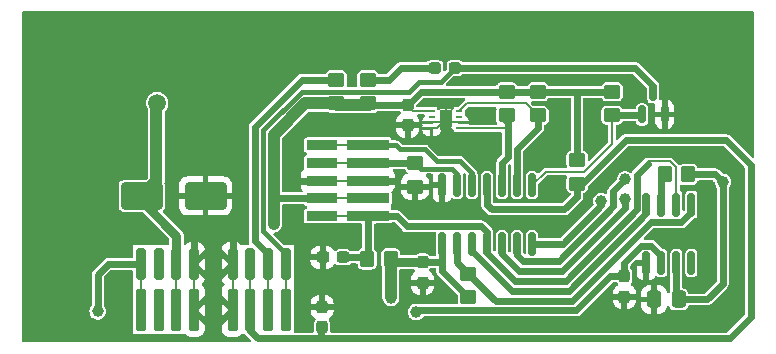
<source format=gbr>
%TF.GenerationSoftware,KiCad,Pcbnew,8.0.6*%
%TF.CreationDate,2025-03-30T17:41:47+02:00*%
%TF.ProjectId,vmc,766d632e-6b69-4636-9164-5f7063625858,rev?*%
%TF.SameCoordinates,Original*%
%TF.FileFunction,Copper,L1,Top*%
%TF.FilePolarity,Positive*%
%FSLAX46Y46*%
G04 Gerber Fmt 4.6, Leading zero omitted, Abs format (unit mm)*
G04 Created by KiCad (PCBNEW 8.0.6) date 2025-03-30 17:41:47*
%MOMM*%
%LPD*%
G01*
G04 APERTURE LIST*
G04 Aperture macros list*
%AMRoundRect*
0 Rectangle with rounded corners*
0 $1 Rounding radius*
0 $2 $3 $4 $5 $6 $7 $8 $9 X,Y pos of 4 corners*
0 Add a 4 corners polygon primitive as box body*
4,1,4,$2,$3,$4,$5,$6,$7,$8,$9,$2,$3,0*
0 Add four circle primitives for the rounded corners*
1,1,$1+$1,$2,$3*
1,1,$1+$1,$4,$5*
1,1,$1+$1,$6,$7*
1,1,$1+$1,$8,$9*
0 Add four rect primitives between the rounded corners*
20,1,$1+$1,$2,$3,$4,$5,0*
20,1,$1+$1,$4,$5,$6,$7,0*
20,1,$1+$1,$6,$7,$8,$9,0*
20,1,$1+$1,$8,$9,$2,$3,0*%
%AMFreePoly0*
4,1,6,0.500000,-0.850000,-0.500000,-0.850000,-0.500000,0.550000,-0.200000,0.850000,0.500000,0.850000,0.500000,-0.850000,0.500000,-0.850000,$1*%
G04 Aperture macros list end*
%TA.AperFunction,SMDPad,CuDef*%
%ADD10RoundRect,0.250000X-0.450000X0.350000X-0.450000X-0.350000X0.450000X-0.350000X0.450000X0.350000X0*%
%TD*%
%TA.AperFunction,SMDPad,CuDef*%
%ADD11RoundRect,0.250000X0.450000X-0.350000X0.450000X0.350000X-0.450000X0.350000X-0.450000X-0.350000X0*%
%TD*%
%TA.AperFunction,SMDPad,CuDef*%
%ADD12R,0.550000X0.250000*%
%TD*%
%TA.AperFunction,SMDPad,CuDef*%
%ADD13FreePoly0,180.000000*%
%TD*%
%TA.AperFunction,SMDPad,CuDef*%
%ADD14RoundRect,0.150000X-0.150000X0.825000X-0.150000X-0.825000X0.150000X-0.825000X0.150000X0.825000X0*%
%TD*%
%TA.AperFunction,SMDPad,CuDef*%
%ADD15RoundRect,0.237500X-0.237500X0.300000X-0.237500X-0.300000X0.237500X-0.300000X0.237500X0.300000X0*%
%TD*%
%TA.AperFunction,SMDPad,CuDef*%
%ADD16RoundRect,0.150000X0.150000X-0.587500X0.150000X0.587500X-0.150000X0.587500X-0.150000X-0.587500X0*%
%TD*%
%TA.AperFunction,SMDPad,CuDef*%
%ADD17RoundRect,0.250000X0.350000X0.450000X-0.350000X0.450000X-0.350000X-0.450000X0.350000X-0.450000X0*%
%TD*%
%TA.AperFunction,SMDPad,CuDef*%
%ADD18RoundRect,0.212500X0.212500X1.562500X-0.212500X1.562500X-0.212500X-1.562500X0.212500X-1.562500X0*%
%TD*%
%TA.AperFunction,SMDPad,CuDef*%
%ADD19RoundRect,0.212500X0.212500X1.112500X-0.212500X1.112500X-0.212500X-1.112500X0.212500X-1.112500X0*%
%TD*%
%TA.AperFunction,SMDPad,CuDef*%
%ADD20RoundRect,0.150000X0.150000X-0.825000X0.150000X0.825000X-0.150000X0.825000X-0.150000X-0.825000X0*%
%TD*%
%TA.AperFunction,SMDPad,CuDef*%
%ADD21RoundRect,0.250000X-1.500000X-0.900000X1.500000X-0.900000X1.500000X0.900000X-1.500000X0.900000X0*%
%TD*%
%TA.AperFunction,SMDPad,CuDef*%
%ADD22RoundRect,0.237500X0.237500X-0.300000X0.237500X0.300000X-0.237500X0.300000X-0.237500X-0.300000X0*%
%TD*%
%TA.AperFunction,ComponentPad*%
%ADD23C,1.500000*%
%TD*%
%TA.AperFunction,SMDPad,CuDef*%
%ADD24R,2.650000X0.850000*%
%TD*%
%TA.AperFunction,SMDPad,CuDef*%
%ADD25R,3.550000X0.850000*%
%TD*%
%TA.AperFunction,SMDPad,CuDef*%
%ADD26RoundRect,0.237500X0.287500X0.237500X-0.287500X0.237500X-0.287500X-0.237500X0.287500X-0.237500X0*%
%TD*%
%TA.AperFunction,SMDPad,CuDef*%
%ADD27RoundRect,0.250000X0.337500X0.475000X-0.337500X0.475000X-0.337500X-0.475000X0.337500X-0.475000X0*%
%TD*%
%TA.AperFunction,SMDPad,CuDef*%
%ADD28RoundRect,0.237500X-0.300000X-0.237500X0.300000X-0.237500X0.300000X0.237500X-0.300000X0.237500X0*%
%TD*%
%TA.AperFunction,SMDPad,CuDef*%
%ADD29RoundRect,0.250000X-0.350000X-0.450000X0.350000X-0.450000X0.350000X0.450000X-0.350000X0.450000X0*%
%TD*%
%TA.AperFunction,ViaPad*%
%ADD30C,1.000000*%
%TD*%
%TA.AperFunction,Conductor*%
%ADD31C,0.200000*%
%TD*%
%TA.AperFunction,Conductor*%
%ADD32C,0.600000*%
%TD*%
%TA.AperFunction,Conductor*%
%ADD33C,1.000000*%
%TD*%
%TA.AperFunction,Conductor*%
%ADD34C,0.800000*%
%TD*%
%TA.AperFunction,Conductor*%
%ADD35C,0.400000*%
%TD*%
G04 APERTURE END LIST*
D10*
%TO.P,R7,1*%
%TO.N,+5V*%
X150449000Y-57300000D03*
%TO.P,R7,2*%
%TO.N,/LED*%
X150449000Y-59300000D03*
%TD*%
D11*
%TO.P,R4,1*%
%TO.N,+5V*%
X127100000Y-58300000D03*
%TO.P,R4,2*%
%TO.N,/LED+*%
X127100000Y-56300000D03*
%TD*%
D12*
%TO.P,U1,1,SDA*%
%TO.N,Net-(U1-SDA)*%
X137529000Y-60414000D03*
%TO.P,U1,2,ADDR*%
%TO.N,GND*%
X137529000Y-59914000D03*
%TO.P,U1,3,ALERT*%
%TO.N,unconnected-(U1-ALERT-Pad3)*%
X137529000Y-59414000D03*
%TO.P,U1,4,SCL*%
%TO.N,Net-(U1-SCL)*%
X137529000Y-58914000D03*
%TO.P,U1,5,VDD*%
%TO.N,+5V*%
X135179000Y-58914000D03*
%TO.P,U1,6,~{RESET}*%
%TO.N,unconnected-(U1-~{RESET}-Pad6)*%
X135179000Y-59414000D03*
%TO.P,U1,7,R*%
%TO.N,GND*%
X135179000Y-59914000D03*
%TO.P,U1,8,VSS*%
X135179000Y-60414000D03*
D13*
%TO.P,U1,9,VSS*%
X136354000Y-59664000D03*
%TD*%
D11*
%TO.P,R2,1*%
%TO.N,Net-(U1-SDA)*%
X141529000Y-59318000D03*
%TO.P,R2,2*%
%TO.N,+5V*%
X141529000Y-57318000D03*
%TD*%
%TO.P,R5,1*%
%TO.N,+5V*%
X129800000Y-58300000D03*
%TO.P,R5,2*%
%TO.N,Net-(D1-A)*%
X129800000Y-56300000D03*
%TD*%
D14*
%TO.P,U4,1,RXD*%
%TO.N,Lrx*%
X157169500Y-66868250D03*
%TO.P,U4,2,CS*%
%TO.N,~{MCLR}*%
X155899500Y-66868250D03*
%TO.P,U4,3,~{WAKE}*%
%TO.N,Net-(U4-~{WAKE})*%
X154629500Y-66868250D03*
%TO.P,U4,4,TXD*%
%TO.N,Ltx*%
X153359500Y-66868250D03*
%TO.P,U4,5,VSS*%
%TO.N,GND*%
X153359500Y-71818250D03*
%TO.P,U4,6,LBUS*%
%TO.N,/Lbus*%
X154629500Y-71818250D03*
%TO.P,U4,7,VBB*%
%TO.N,/+12V*%
X155899500Y-71818250D03*
%TO.P,U4,8,WREN*%
%TO.N,unconnected-(U4-WREN-Pad8)*%
X157169500Y-71818250D03*
%TD*%
D15*
%TO.P,C7,1*%
%TO.N,/Lbus*%
X151500000Y-72937500D03*
%TO.P,C7,2*%
%TO.N,GND*%
X151500000Y-74662500D03*
%TD*%
D10*
%TO.P,R14,1*%
%TO.N,Lrx*%
X138300000Y-72700000D03*
%TO.P,R14,2*%
%TO.N,+5V*%
X138300000Y-74700000D03*
%TD*%
D16*
%TO.P,Q1,1,G*%
%TO.N,/LED*%
X153000000Y-59236000D03*
%TO.P,Q1,2,S*%
%TO.N,GND*%
X154900000Y-59236000D03*
%TO.P,Q1,3,D*%
%TO.N,/LED-*%
X153950000Y-57361000D03*
%TD*%
D10*
%TO.P,R6,1*%
%TO.N,/PGD*%
X133782000Y-63341600D03*
%TO.P,R6,2*%
%TO.N,GND*%
X133782000Y-65341600D03*
%TD*%
D17*
%TO.P,R1,1*%
%TO.N,+5V*%
X131718000Y-71463000D03*
%TO.P,R1,2*%
%TO.N,~{MCLR}*%
X129718000Y-71463000D03*
%TD*%
D18*
%TO.P,J3,1,Pin_1*%
%TO.N,/Lbus*%
X110577000Y-75784000D03*
D19*
X110577000Y-71884000D03*
D18*
%TO.P,J3,2,Pin_2*%
%TO.N,unconnected-(J3-Pin_2-Pad2)_1*%
X112077000Y-75784000D03*
D19*
%TO.N,unconnected-(J3-Pin_2-Pad2)*%
X112077000Y-71884000D03*
D18*
%TO.P,J3,3,Pin_3*%
%TO.N,/+12V*%
X113577000Y-75784000D03*
D19*
X113577000Y-71884000D03*
D18*
%TO.P,J3,4,Pin_4*%
%TO.N,GND*%
X115077000Y-75784000D03*
D19*
X115077000Y-71884000D03*
%TD*%
D15*
%TO.P,C3,1*%
%TO.N,+5V*%
X134417000Y-71743500D03*
%TO.P,C3,2*%
%TO.N,GND*%
X134417000Y-73468500D03*
%TD*%
D20*
%TO.P,U2,1,Vdd*%
%TO.N,+5V*%
X136068000Y-70178250D03*
%TO.P,U2,2,RA5/OSC1*%
%TO.N,Lrx*%
X137338000Y-70178250D03*
%TO.P,U2,3,RA4/OSC2*%
%TO.N,Ltx*%
X138608000Y-70178250D03*
%TO.P,U2,4,RA3/~{MCLR}*%
%TO.N,~{MCLR}*%
X139878000Y-70178250D03*
%TO.P,U2,5,RC5*%
%TO.N,Net-(U2-RC5)*%
X141148000Y-70178250D03*
%TO.P,U2,6,RC4*%
%TO.N,Net-(U2-RC4)*%
X142418000Y-70178250D03*
%TO.P,U2,7,RC3/CxIN3-*%
%TO.N,Net-(U2-RC3{slash}CxIN3-)*%
X143688000Y-70178250D03*
%TO.P,U2,8,RC2/CxIN2-*%
%TO.N,/LED*%
X143688000Y-65228250D03*
%TO.P,U2,9,RC1/CxIN1-/SDA*%
%TO.N,Net-(U1-SCL)*%
X142418000Y-65228250D03*
%TO.P,U2,10,RC0/C2IN0+/SCL*%
%TO.N,Net-(U1-SDA)*%
X141148000Y-65228250D03*
%TO.P,U2,11,RA2/VREF-*%
%TO.N,/~{PUSH}*%
X139878000Y-65228250D03*
%TO.P,U2,12,RA1/VREF+/CxIN0-/ICSPCLK*%
%TO.N,/PGC*%
X138608000Y-65228250D03*
%TO.P,U2,13,RA0/C1IN0+/ICSPDAT*%
%TO.N,/PGD*%
X137338000Y-65228250D03*
%TO.P,U2,14,Vss*%
%TO.N,GND*%
X136068000Y-65228250D03*
%TD*%
D21*
%TO.P,D2,1,A1*%
%TO.N,/+12V*%
X110635000Y-66129000D03*
%TO.P,D2,2,A2*%
%TO.N,GND*%
X116035000Y-66129000D03*
%TD*%
D22*
%TO.P,C4,1*%
%TO.N,/~{PUSH}*%
X125900000Y-77262500D03*
%TO.P,C4,2*%
%TO.N,GND*%
X125900000Y-75537500D03*
%TD*%
D15*
%TO.P,C1,1*%
%TO.N,+5V*%
X133147000Y-58435000D03*
%TO.P,C1,2*%
%TO.N,GND*%
X133147000Y-60160000D03*
%TD*%
D11*
%TO.P,R8,1*%
%TO.N,/~{PUSH}*%
X147498000Y-65081000D03*
%TO.P,R8,2*%
%TO.N,+5V*%
X147498000Y-63081000D03*
%TD*%
D23*
%TO.P,TP1,1,1*%
%TO.N,/+12V*%
X111938000Y-58255000D03*
%TD*%
D24*
%TO.P,J1,1,Pin_1*%
%TO.N,~{MCLR}*%
X125908000Y-67835000D03*
D25*
X129808000Y-67835000D03*
D24*
%TO.P,J1,2,Pin_2*%
%TO.N,+5V*%
X125908000Y-66335000D03*
D25*
X129808000Y-66335000D03*
D24*
%TO.P,J1,3,Pin_3*%
%TO.N,GND*%
X125908000Y-64835000D03*
D25*
X129808000Y-64835000D03*
D24*
%TO.P,J1,4,Pin_4*%
%TO.N,/PGD*%
X125908000Y-63335000D03*
D25*
X129808000Y-63335000D03*
D24*
%TO.P,J1,5,Pin_5*%
%TO.N,/PGC*%
X125908000Y-61835000D03*
D25*
X129808000Y-61835000D03*
%TD*%
D26*
%TO.P,D1,1,K*%
%TO.N,/LED-*%
X137175000Y-55300000D03*
%TO.P,D1,2,A*%
%TO.N,Net-(D1-A)*%
X135425000Y-55300000D03*
%TD*%
D11*
%TO.P,R3,1*%
%TO.N,Net-(U1-SCL)*%
X144196000Y-59318000D03*
%TO.P,R3,2*%
%TO.N,+5V*%
X144196000Y-57318000D03*
%TD*%
D27*
%TO.P,C6,1*%
%TO.N,/+12V*%
X156100000Y-74900000D03*
%TO.P,C6,2*%
%TO.N,GND*%
X154025000Y-74900000D03*
%TD*%
D28*
%TO.P,C2,1*%
%TO.N,GND*%
X125961000Y-71336000D03*
%TO.P,C2,2*%
%TO.N,~{MCLR}*%
X127686000Y-71336000D03*
%TD*%
D18*
%TO.P,J2,1,Pin_1*%
%TO.N,GND*%
X118324000Y-75784000D03*
D19*
X118324000Y-71884000D03*
D18*
%TO.P,J2,2,Pin_2*%
%TO.N,/~{PUSH}*%
X119824000Y-75784000D03*
D19*
X119824000Y-71884000D03*
D18*
%TO.P,J2,3,Pin_3*%
%TO.N,/LED+*%
X121324000Y-75784000D03*
D19*
X121324000Y-71884000D03*
D18*
%TO.P,J2,4,Pin_4*%
%TO.N,/LED-*%
X122824000Y-75784000D03*
D19*
X122824000Y-71884000D03*
%TD*%
D29*
%TO.P,R13,1*%
%TO.N,Net-(U4-~{WAKE})*%
X154900000Y-64300000D03*
%TO.P,R13,2*%
%TO.N,/+12V*%
X156900000Y-64300000D03*
%TD*%
D30*
%TO.N,GND*%
X123368000Y-54826000D03*
X118694400Y-62776200D03*
X140259000Y-62065000D03*
X158400000Y-59400000D03*
X136322000Y-61938000D03*
X123317200Y-65113000D03*
%TO.N,+5V*%
X131750000Y-74765000D03*
X121793000Y-68543603D03*
%TO.N,/+12V*%
X159850000Y-64950000D03*
%TO.N,/Lbus*%
X133862943Y-75965000D03*
X106900000Y-75900000D03*
%TO.N,Net-(U2-RC3{slash}CxIN3-)*%
X149559501Y-66570153D03*
%TO.N,Net-(U2-RC4)*%
X151559500Y-64732000D03*
%TO.N,Net-(U2-RC5)*%
X151559501Y-66402713D03*
%TD*%
D31*
%TO.N,GND*%
X135604000Y-60414000D02*
X136354000Y-59664000D01*
X118324000Y-71884000D02*
X118324000Y-75784000D01*
X136354000Y-59664000D02*
X136354000Y-58541000D01*
D32*
X129808000Y-64835000D02*
X132155000Y-64835000D01*
X115077000Y-71884000D02*
X115077000Y-69213000D01*
D31*
X135179000Y-60414000D02*
X135604000Y-60414000D01*
X137529000Y-59914000D02*
X136604000Y-59914000D01*
D32*
X118324000Y-71884000D02*
X118324000Y-69721000D01*
D31*
X135179000Y-59914000D02*
X136104000Y-59914000D01*
X115077000Y-71884000D02*
X115077000Y-75784000D01*
D32*
X125908000Y-64835000D02*
X123521800Y-64835000D01*
D31*
X136354000Y-59664000D02*
X136354000Y-60763000D01*
X125908000Y-64835000D02*
X129808000Y-64835000D01*
%TO.N,+5V*%
X125908000Y-66335000D02*
X129808000Y-66335000D01*
D32*
X136068000Y-71717000D02*
X136041500Y-71743500D01*
D33*
X121793000Y-66306800D02*
X121793000Y-60964430D01*
D32*
X134264000Y-57318000D02*
X133147000Y-58435000D01*
X133147000Y-58435000D02*
X129919000Y-58435000D01*
D33*
X124457430Y-58300000D02*
X127100000Y-58300000D01*
D32*
X147389000Y-57300000D02*
X150449000Y-57300000D01*
X147498000Y-57445000D02*
X147371000Y-57318000D01*
X141529000Y-57318000D02*
X144196000Y-57318000D01*
X136068000Y-72468000D02*
X138300000Y-74700000D01*
X134264000Y-57318000D02*
X141529000Y-57318000D01*
D31*
X135179000Y-58914000D02*
X133626000Y-58914000D01*
D32*
X136068000Y-71717000D02*
X136068000Y-72468000D01*
X144196000Y-57318000D02*
X147371000Y-57318000D01*
X125908000Y-66335000D02*
X121821200Y-66335000D01*
X136041500Y-71743500D02*
X134417000Y-71743500D01*
D33*
X121793000Y-68543603D02*
X121793000Y-66306800D01*
X121793000Y-60964430D02*
X124457430Y-58300000D01*
X131718000Y-74670000D02*
X131718000Y-71463000D01*
D32*
X121821200Y-66335000D02*
X121793000Y-66306800D01*
X147498000Y-63081000D02*
X147498000Y-57445000D01*
D34*
X131637750Y-71743500D02*
X134417000Y-71743500D01*
D32*
X136068000Y-70178250D02*
X136068000Y-71717000D01*
D31*
X133626000Y-58914000D02*
X133147000Y-58435000D01*
D33*
X129919000Y-58435000D02*
X127165000Y-58435000D01*
D31*
%TO.N,~{MCLR}*%
X125908000Y-67835000D02*
X129808000Y-67835000D01*
D32*
X129808000Y-67835000D02*
X129808000Y-71373000D01*
D31*
X155899500Y-66868250D02*
X155899500Y-63714756D01*
D32*
X127686000Y-71336000D02*
X129591000Y-71336000D01*
D31*
X155899500Y-63714756D02*
X155384744Y-63200000D01*
D32*
X152559500Y-67277760D02*
X152559500Y-64340500D01*
X142232726Y-73300000D02*
X146537260Y-73300000D01*
X139878000Y-70178250D02*
X139878000Y-70945274D01*
X139878000Y-69203251D02*
X139374749Y-68700000D01*
X139878000Y-70945274D02*
X142232726Y-73300000D01*
X133100000Y-68700000D02*
X132235000Y-67835000D01*
X139878000Y-70178250D02*
X139878000Y-69203251D01*
D31*
X155384744Y-63200000D02*
X153500000Y-63200000D01*
D32*
X139374749Y-68700000D02*
X133100000Y-68700000D01*
X146537260Y-73300000D02*
X152559500Y-67277760D01*
X152559500Y-64340500D02*
X153500000Y-63400000D01*
X132235000Y-67835000D02*
X129808000Y-67835000D01*
D31*
%TO.N,/+12V*%
X113577000Y-71884000D02*
X113577000Y-75784000D01*
D32*
X159200000Y-64300000D02*
X159817000Y-64917000D01*
X159817000Y-64917000D02*
X159817000Y-73583000D01*
X156900000Y-64300000D02*
X159200000Y-64300000D01*
X155899500Y-71818250D02*
X155899500Y-74499500D01*
D33*
X110635000Y-66129000D02*
X111872000Y-64892000D01*
X111872000Y-64892000D02*
X111872000Y-58321000D01*
D34*
X113577000Y-71884000D02*
X113577000Y-69673000D01*
D32*
X158500000Y-74900000D02*
X156100000Y-74900000D01*
D34*
X113577000Y-69505000D02*
X110635000Y-66563000D01*
D33*
X111872000Y-58321000D02*
X111938000Y-58255000D01*
D32*
X159817000Y-73583000D02*
X158500000Y-74900000D01*
%TO.N,Net-(D1-A)*%
X131600000Y-56300000D02*
X129800000Y-56300000D01*
X135425000Y-55300000D02*
X132600000Y-55300000D01*
X132600000Y-55300000D02*
X131600000Y-56300000D01*
%TO.N,/PGD*%
X132282956Y-63341600D02*
X133782000Y-63341600D01*
D31*
X125908000Y-63335000D02*
X129808000Y-63335000D01*
D35*
X136902349Y-63817600D02*
X137338000Y-64253251D01*
X134258000Y-63817600D02*
X136902349Y-63817600D01*
X133782000Y-63341600D02*
X134258000Y-63817600D01*
D32*
X132276356Y-63335000D02*
X129808000Y-63335000D01*
X132276356Y-63335000D02*
X132282956Y-63341600D01*
D35*
X137338000Y-64253251D02*
X137338000Y-65228250D01*
%TO.N,/PGC*%
X137541200Y-63157200D02*
X138608000Y-64224000D01*
X132486600Y-62192000D02*
X134645600Y-62192000D01*
X135610800Y-63157200D02*
X137541200Y-63157200D01*
D31*
X125908000Y-61835000D02*
X129808000Y-61835000D01*
D35*
X138608000Y-64224000D02*
X138608000Y-65228250D01*
X129808000Y-61835000D02*
X132129600Y-61835000D01*
X132129600Y-61835000D02*
X132486600Y-62192000D01*
X134645600Y-62192000D02*
X135610800Y-63157200D01*
D32*
%TO.N,/Lbus*%
X107816000Y-71884000D02*
X110577000Y-71884000D01*
D31*
X110577000Y-71884000D02*
X110577000Y-75784000D01*
D32*
X133862943Y-75965000D02*
X134027943Y-75800000D01*
X147431371Y-75800000D02*
X150293871Y-72937500D01*
X153782894Y-70343250D02*
X152936106Y-70343250D01*
X150293871Y-72937500D02*
X151500000Y-72937500D01*
X106900000Y-72800000D02*
X107816000Y-71884000D01*
X151500000Y-71779356D02*
X151500000Y-72937500D01*
X106900000Y-75900000D02*
X106900000Y-72800000D01*
X134027943Y-75800000D02*
X147431371Y-75800000D01*
X152936106Y-70343250D02*
X151500000Y-71779356D01*
X154629500Y-71189856D02*
X153782894Y-70343250D01*
D31*
%TO.N,/LED*%
X144832250Y-64084000D02*
X148079744Y-64084000D01*
X150449000Y-61714744D02*
X150449000Y-59300000D01*
X148079744Y-64084000D02*
X150449000Y-61714744D01*
X143688000Y-65228250D02*
X144832250Y-64084000D01*
D32*
X150449000Y-59300000D02*
X152936000Y-59300000D01*
%TO.N,Net-(U1-SDA)*%
X141148000Y-63335000D02*
X141618000Y-62865000D01*
D31*
X137529000Y-60414000D02*
X141618000Y-60414000D01*
D32*
X141618000Y-59886000D02*
X141148000Y-59416000D01*
X141148000Y-65228250D02*
X141148000Y-63335000D01*
X141618000Y-62865000D02*
X141618000Y-59886000D01*
%TO.N,Net-(U1-SCL)*%
X144196000Y-60382000D02*
X144196000Y-59318000D01*
X142418000Y-62160000D02*
X144196000Y-60382000D01*
D31*
X137529000Y-58914000D02*
X138143000Y-58300000D01*
D32*
X142418000Y-65228250D02*
X142418000Y-62160000D01*
D31*
X138143000Y-58300000D02*
X143178000Y-58300000D01*
X143178000Y-58300000D02*
X144196000Y-59318000D01*
D32*
%TO.N,Net-(U2-RC3{slash}CxIN3-)*%
X149559501Y-66570153D02*
X149559501Y-66883649D01*
X146264900Y-70178250D02*
X143688000Y-70178250D01*
X149559501Y-66883649D02*
X146264900Y-70178250D01*
%TO.N,Net-(U4-~{WAKE})*%
X154629500Y-66868250D02*
X154629500Y-64570500D01*
%TO.N,Lrx*%
X137338000Y-71738000D02*
X138300000Y-72700000D01*
X147100000Y-75000000D02*
X153756750Y-68343250D01*
X156322894Y-68343250D02*
X157169500Y-67496644D01*
X138300000Y-72700000D02*
X140600000Y-75000000D01*
X137338000Y-70178250D02*
X137338000Y-71738000D01*
X140600000Y-75000000D02*
X147100000Y-75000000D01*
X153756750Y-68343250D02*
X156322894Y-68343250D01*
%TO.N,Net-(U2-RC4)*%
X150559501Y-67015019D02*
X145921270Y-71653250D01*
X145921270Y-71653250D02*
X142918001Y-71653250D01*
X142918001Y-71653250D02*
X142418000Y-71153249D01*
X150559501Y-65731999D02*
X150559501Y-67015019D01*
X142418000Y-71153249D02*
X142418000Y-70178250D01*
X151559500Y-64732000D02*
X150559501Y-65731999D01*
%TO.N,Net-(U2-RC5)*%
X142586631Y-72453250D02*
X141148000Y-71014619D01*
X151559501Y-67146389D02*
X146252640Y-72453250D01*
X146252640Y-72453250D02*
X142586631Y-72453250D01*
X151559501Y-66402713D02*
X151559501Y-67146389D01*
X141148000Y-71014619D02*
X141148000Y-70178250D01*
%TO.N,Ltx*%
X153359500Y-67609130D02*
X153359500Y-66868250D01*
X146768630Y-74200000D02*
X153359500Y-67609130D01*
X138608000Y-70806644D02*
X142001356Y-74200000D01*
X142001356Y-74200000D02*
X146768630Y-74200000D01*
%TO.N,/~{PUSH}*%
X151612272Y-61400000D02*
X147931272Y-65081000D01*
X162200000Y-63500000D02*
X160100000Y-61400000D01*
X146423500Y-67272000D02*
X140259000Y-67272000D01*
X147931272Y-65081000D02*
X147498000Y-65081000D01*
X140259000Y-67272000D02*
X139878000Y-66891000D01*
X147498000Y-65081000D02*
X147498000Y-66197500D01*
X125800000Y-78200000D02*
X120465001Y-78200000D01*
X160100000Y-61400000D02*
X151612272Y-61400000D01*
X119824000Y-77558999D02*
X119824000Y-75784000D01*
X125800000Y-78200000D02*
X125800000Y-77362500D01*
X139878000Y-66891000D02*
X139878000Y-65228250D01*
X160400000Y-78200000D02*
X162200000Y-76400000D01*
X125800000Y-78200000D02*
X160400000Y-78200000D01*
X120465001Y-78200000D02*
X119824000Y-77558999D01*
X147498000Y-66197500D02*
X146423500Y-67272000D01*
X162200000Y-76400000D02*
X162200000Y-63500000D01*
D31*
X119824000Y-71884000D02*
X119824000Y-75784000D01*
D35*
%TO.N,/LED-*%
X124184638Y-57300000D02*
X120893000Y-60591638D01*
D31*
X122824000Y-71884000D02*
X122824000Y-75784000D01*
D35*
X137175000Y-55300000D02*
X135998000Y-56477000D01*
X134115050Y-56477000D02*
X133292050Y-57300000D01*
X120893000Y-69115000D02*
X122824000Y-71046000D01*
X135998000Y-56477000D02*
X134115050Y-56477000D01*
X133292050Y-57300000D02*
X124184638Y-57300000D01*
X120893000Y-60591638D02*
X120893000Y-69115000D01*
D32*
X137175000Y-55300000D02*
X152400000Y-55300000D01*
X152400000Y-55300000D02*
X153950000Y-56850000D01*
%TO.N,/LED+*%
X124194688Y-56300000D02*
X127100000Y-56300000D01*
X120193000Y-60301688D02*
X124194688Y-56300000D01*
X121324000Y-71045484D02*
X120193000Y-69914484D01*
D31*
X121324000Y-71884000D02*
X121324000Y-75784000D01*
D32*
X120193000Y-69914484D02*
X120193000Y-60301688D01*
%TD*%
%TA.AperFunction,Conductor*%
%TO.N,GND*%
G36*
X162442539Y-50520185D02*
G01*
X162488294Y-50572989D01*
X162499500Y-50624500D01*
X162499500Y-62792324D01*
X162479815Y-62859363D01*
X162427011Y-62905118D01*
X162357853Y-62915062D01*
X162294297Y-62886037D01*
X162287819Y-62880005D01*
X160407316Y-60999502D01*
X160407314Y-60999500D01*
X160350250Y-60966554D01*
X160293187Y-60933608D01*
X160229539Y-60916554D01*
X160165892Y-60899500D01*
X151678164Y-60899500D01*
X151546379Y-60899500D01*
X151419084Y-60933608D01*
X151304958Y-60999500D01*
X151304955Y-60999502D01*
X150961181Y-61343277D01*
X150899858Y-61376762D01*
X150830166Y-61371778D01*
X150774233Y-61329906D01*
X150749816Y-61264442D01*
X150749500Y-61255596D01*
X150749500Y-60224500D01*
X150769185Y-60157461D01*
X150821989Y-60111706D01*
X150873500Y-60100500D01*
X150953270Y-60100500D01*
X150983699Y-60097646D01*
X150983701Y-60097646D01*
X151049458Y-60074636D01*
X151111882Y-60052793D01*
X151221150Y-59972150D01*
X151301793Y-59862882D01*
X151301794Y-59862880D01*
X151307311Y-59855405D01*
X151309285Y-59856862D01*
X151348580Y-59816485D01*
X151409480Y-59800500D01*
X152384061Y-59800500D01*
X152451100Y-59820185D01*
X152496855Y-59872989D01*
X152506764Y-59906618D01*
X152507986Y-59915000D01*
X152509427Y-59924893D01*
X152560803Y-60029985D01*
X152643514Y-60112696D01*
X152643515Y-60112696D01*
X152643517Y-60112698D01*
X152748607Y-60164073D01*
X152782673Y-60169036D01*
X152816739Y-60174000D01*
X152816740Y-60174000D01*
X153183261Y-60174000D01*
X153205971Y-60170691D01*
X153251393Y-60164073D01*
X153356483Y-60112698D01*
X153439198Y-60029983D01*
X153490573Y-59924893D01*
X153495781Y-59889149D01*
X154100000Y-59889149D01*
X154102899Y-59925989D01*
X154102900Y-59925995D01*
X154148716Y-60083693D01*
X154148717Y-60083696D01*
X154232314Y-60225052D01*
X154232321Y-60225061D01*
X154348438Y-60341178D01*
X154348447Y-60341185D01*
X154489801Y-60424781D01*
X154647514Y-60470600D01*
X154647511Y-60470600D01*
X154649998Y-60470795D01*
X154650000Y-60470795D01*
X155150000Y-60470795D01*
X155150001Y-60470795D01*
X155152486Y-60470600D01*
X155310198Y-60424781D01*
X155451552Y-60341185D01*
X155451561Y-60341178D01*
X155567678Y-60225061D01*
X155567685Y-60225052D01*
X155651282Y-60083696D01*
X155651283Y-60083693D01*
X155697099Y-59925995D01*
X155697100Y-59925989D01*
X155699999Y-59889149D01*
X155700000Y-59889134D01*
X155700000Y-59486000D01*
X155150000Y-59486000D01*
X155150000Y-60470795D01*
X154650000Y-60470795D01*
X154650000Y-59486000D01*
X154100000Y-59486000D01*
X154100000Y-59889149D01*
X153495781Y-59889149D01*
X153500500Y-59856760D01*
X153500500Y-58615240D01*
X153500246Y-58613500D01*
X153491312Y-58552181D01*
X153490573Y-58547107D01*
X153439198Y-58442017D01*
X153439196Y-58442015D01*
X153439196Y-58442014D01*
X153356485Y-58359303D01*
X153251391Y-58307926D01*
X153183261Y-58298000D01*
X153183260Y-58298000D01*
X152816740Y-58298000D01*
X152816739Y-58298000D01*
X152748608Y-58307926D01*
X152643514Y-58359303D01*
X152560803Y-58442014D01*
X152509426Y-58547108D01*
X152499500Y-58615239D01*
X152499500Y-58675500D01*
X152479815Y-58742539D01*
X152427011Y-58788294D01*
X152375500Y-58799500D01*
X151409480Y-58799500D01*
X151342441Y-58779815D01*
X151308968Y-58743371D01*
X151307311Y-58744595D01*
X151282347Y-58710770D01*
X151221150Y-58627850D01*
X151111882Y-58547207D01*
X151111880Y-58547206D01*
X150983700Y-58502353D01*
X150953270Y-58499500D01*
X150953266Y-58499500D01*
X149944734Y-58499500D01*
X149944730Y-58499500D01*
X149914300Y-58502353D01*
X149914298Y-58502353D01*
X149786119Y-58547206D01*
X149786117Y-58547207D01*
X149676850Y-58627850D01*
X149596207Y-58737117D01*
X149596206Y-58737119D01*
X149551353Y-58865298D01*
X149551353Y-58865300D01*
X149548500Y-58895730D01*
X149548500Y-59704269D01*
X149551353Y-59734699D01*
X149551353Y-59734701D01*
X149596206Y-59862880D01*
X149596207Y-59862882D01*
X149676850Y-59972150D01*
X149786118Y-60052793D01*
X149828845Y-60067744D01*
X149914299Y-60097646D01*
X149944730Y-60100500D01*
X149944734Y-60100500D01*
X150024500Y-60100500D01*
X150091539Y-60120185D01*
X150137294Y-60172989D01*
X150148500Y-60224500D01*
X150148500Y-61538911D01*
X150128815Y-61605950D01*
X150112181Y-61626592D01*
X148610181Y-63128592D01*
X148548858Y-63162077D01*
X148479166Y-63157093D01*
X148423233Y-63115221D01*
X148398816Y-63049757D01*
X148398500Y-63040911D01*
X148398500Y-62676730D01*
X148395646Y-62646300D01*
X148395646Y-62646298D01*
X148350793Y-62518119D01*
X148350792Y-62518117D01*
X148346631Y-62512479D01*
X148270150Y-62408850D01*
X148160882Y-62328207D01*
X148157278Y-62326946D01*
X148081544Y-62300445D01*
X148024769Y-62259723D01*
X147999022Y-62194770D01*
X147998500Y-62183404D01*
X147998500Y-57924500D01*
X148018185Y-57857461D01*
X148070989Y-57811706D01*
X148122500Y-57800500D01*
X149488520Y-57800500D01*
X149555559Y-57820185D01*
X149589031Y-57856628D01*
X149590689Y-57855405D01*
X149596206Y-57862880D01*
X149596207Y-57862882D01*
X149676850Y-57972150D01*
X149786118Y-58052793D01*
X149805400Y-58059540D01*
X149914299Y-58097646D01*
X149944730Y-58100500D01*
X149944734Y-58100500D01*
X150953270Y-58100500D01*
X150983699Y-58097646D01*
X150983701Y-58097646D01*
X151047790Y-58075219D01*
X151111882Y-58052793D01*
X151221150Y-57972150D01*
X151301793Y-57862882D01*
X151324219Y-57798790D01*
X151346646Y-57734701D01*
X151346646Y-57734699D01*
X151349500Y-57704269D01*
X151349500Y-56895730D01*
X151346646Y-56865300D01*
X151346646Y-56865298D01*
X151310279Y-56761371D01*
X151301793Y-56737118D01*
X151221150Y-56627850D01*
X151111882Y-56547207D01*
X151111880Y-56547206D01*
X150983700Y-56502353D01*
X150953270Y-56499500D01*
X150953266Y-56499500D01*
X149944734Y-56499500D01*
X149944730Y-56499500D01*
X149914300Y-56502353D01*
X149914298Y-56502353D01*
X149786119Y-56547206D01*
X149786117Y-56547207D01*
X149676850Y-56627850D01*
X149597993Y-56734699D01*
X149590689Y-56744595D01*
X149588714Y-56743137D01*
X149549420Y-56783515D01*
X149488520Y-56799500D01*
X147323106Y-56799500D01*
X147271697Y-56813275D01*
X147239605Y-56817500D01*
X145156480Y-56817500D01*
X145089441Y-56797815D01*
X145055968Y-56761371D01*
X145054311Y-56762595D01*
X145048793Y-56755118D01*
X144968150Y-56645850D01*
X144858882Y-56565207D01*
X144858880Y-56565206D01*
X144730700Y-56520353D01*
X144700270Y-56517500D01*
X144700266Y-56517500D01*
X143691734Y-56517500D01*
X143691730Y-56517500D01*
X143661300Y-56520353D01*
X143661298Y-56520353D01*
X143533119Y-56565206D01*
X143533117Y-56565207D01*
X143478090Y-56605819D01*
X143423850Y-56645850D01*
X143352050Y-56743137D01*
X143337689Y-56762595D01*
X143335714Y-56761137D01*
X143296420Y-56801515D01*
X143235520Y-56817500D01*
X142489480Y-56817500D01*
X142422441Y-56797815D01*
X142388968Y-56761371D01*
X142387311Y-56762595D01*
X142381793Y-56755118D01*
X142301150Y-56645850D01*
X142191882Y-56565207D01*
X142191880Y-56565206D01*
X142063700Y-56520353D01*
X142033270Y-56517500D01*
X142033266Y-56517500D01*
X141024734Y-56517500D01*
X141024730Y-56517500D01*
X140994300Y-56520353D01*
X140994298Y-56520353D01*
X140866119Y-56565206D01*
X140866117Y-56565207D01*
X140811090Y-56605819D01*
X140756850Y-56645850D01*
X140685050Y-56743137D01*
X140670689Y-56762595D01*
X140668714Y-56761137D01*
X140629420Y-56801515D01*
X140568520Y-56817500D01*
X136523255Y-56817500D01*
X136456216Y-56797815D01*
X136410461Y-56745011D01*
X136400517Y-56675853D01*
X136429542Y-56612297D01*
X136435574Y-56605819D01*
X137029574Y-56011819D01*
X137090897Y-55978334D01*
X137117255Y-55975500D01*
X137515260Y-55975500D01*
X137544849Y-55972725D01*
X137669475Y-55929116D01*
X137775711Y-55850711D01*
X137775713Y-55850707D01*
X137782282Y-55844140D01*
X137783220Y-55845078D01*
X137831242Y-55808616D01*
X137875366Y-55800500D01*
X152141324Y-55800500D01*
X152208363Y-55820185D01*
X152229005Y-55836819D01*
X153413181Y-57020995D01*
X153446666Y-57082318D01*
X153449500Y-57108676D01*
X153449500Y-57981760D01*
X153459426Y-58049891D01*
X153510803Y-58154985D01*
X153593514Y-58237696D01*
X153593515Y-58237696D01*
X153593517Y-58237698D01*
X153698607Y-58289073D01*
X153732673Y-58294036D01*
X153766739Y-58299000D01*
X154009510Y-58299000D01*
X154076549Y-58318685D01*
X154122304Y-58371489D01*
X154132248Y-58440647D01*
X154128586Y-58457595D01*
X154102900Y-58546004D01*
X154102899Y-58546010D01*
X154100000Y-58582850D01*
X154100000Y-58986000D01*
X154650000Y-58986000D01*
X155150000Y-58986000D01*
X155700000Y-58986000D01*
X155700000Y-58582865D01*
X155699999Y-58582850D01*
X155697100Y-58546010D01*
X155697099Y-58546004D01*
X155651283Y-58388306D01*
X155651282Y-58388303D01*
X155567685Y-58246947D01*
X155567678Y-58246938D01*
X155451561Y-58130821D01*
X155451552Y-58130814D01*
X155310196Y-58047217D01*
X155310193Y-58047216D01*
X155152494Y-58001400D01*
X155152497Y-58001400D01*
X155150000Y-58001203D01*
X155150000Y-58986000D01*
X154650000Y-58986000D01*
X154650000Y-58001203D01*
X154647505Y-58001400D01*
X154609093Y-58012560D01*
X154539224Y-58012359D01*
X154480554Y-57974416D01*
X154451712Y-57910778D01*
X154450500Y-57893483D01*
X154450500Y-56740239D01*
X154440573Y-56672108D01*
X154440573Y-56672107D01*
X154389198Y-56567017D01*
X154306483Y-56484302D01*
X154296958Y-56479645D01*
X154263742Y-56455928D01*
X152707316Y-54899502D01*
X152707314Y-54899500D01*
X152650250Y-54866554D01*
X152593187Y-54833608D01*
X152529539Y-54816554D01*
X152465892Y-54799500D01*
X152465891Y-54799500D01*
X137875366Y-54799500D01*
X137808327Y-54779815D01*
X137782519Y-54755622D01*
X137782282Y-54755860D01*
X137775710Y-54749288D01*
X137669476Y-54670884D01*
X137544848Y-54627274D01*
X137544849Y-54627274D01*
X137515260Y-54624500D01*
X137515256Y-54624500D01*
X136834744Y-54624500D01*
X136834740Y-54624500D01*
X136805150Y-54627274D01*
X136680523Y-54670884D01*
X136574289Y-54749288D01*
X136574288Y-54749289D01*
X136495884Y-54855523D01*
X136452274Y-54980150D01*
X136449500Y-55009739D01*
X136449500Y-55407745D01*
X136429815Y-55474784D01*
X136413181Y-55495426D01*
X136362181Y-55546426D01*
X136300858Y-55579911D01*
X136231166Y-55574927D01*
X136175233Y-55533055D01*
X136150816Y-55467591D01*
X136150500Y-55458745D01*
X136150500Y-55009739D01*
X136147725Y-54980150D01*
X136104115Y-54855523D01*
X136025711Y-54749289D01*
X136025710Y-54749288D01*
X135919476Y-54670884D01*
X135794848Y-54627274D01*
X135794849Y-54627274D01*
X135765260Y-54624500D01*
X135765256Y-54624500D01*
X135084744Y-54624500D01*
X135084740Y-54624500D01*
X135055150Y-54627274D01*
X134930523Y-54670884D01*
X134824289Y-54749288D01*
X134817718Y-54755860D01*
X134816779Y-54754921D01*
X134768758Y-54791384D01*
X134724634Y-54799500D01*
X132534108Y-54799500D01*
X132406812Y-54833608D01*
X132292686Y-54899500D01*
X132292683Y-54899502D01*
X131429005Y-55763181D01*
X131367682Y-55796666D01*
X131341324Y-55799500D01*
X130760480Y-55799500D01*
X130693441Y-55779815D01*
X130659968Y-55743371D01*
X130658311Y-55744595D01*
X130652792Y-55737117D01*
X130572150Y-55627850D01*
X130462882Y-55547207D01*
X130462880Y-55547206D01*
X130334700Y-55502353D01*
X130304270Y-55499500D01*
X130304266Y-55499500D01*
X129295734Y-55499500D01*
X129295730Y-55499500D01*
X129265300Y-55502353D01*
X129265298Y-55502353D01*
X129137119Y-55547206D01*
X129137117Y-55547207D01*
X129027850Y-55627850D01*
X128947207Y-55737117D01*
X128947206Y-55737119D01*
X128902353Y-55865298D01*
X128902353Y-55865300D01*
X128899500Y-55895730D01*
X128899500Y-56704269D01*
X128902353Y-56734699D01*
X128903964Y-56742073D01*
X128902698Y-56742349D01*
X128905861Y-56804327D01*
X128871130Y-56864954D01*
X128809136Y-56897179D01*
X128785258Y-56899500D01*
X128114742Y-56899500D01*
X128047703Y-56879815D01*
X128001948Y-56827011D01*
X127992004Y-56757853D01*
X127997513Y-56735307D01*
X127997646Y-56734699D01*
X128000500Y-56704269D01*
X128000500Y-55895730D01*
X127997646Y-55865300D01*
X127997646Y-55865298D01*
X127952793Y-55737119D01*
X127952792Y-55737117D01*
X127872150Y-55627850D01*
X127762882Y-55547207D01*
X127762880Y-55547206D01*
X127634700Y-55502353D01*
X127604270Y-55499500D01*
X127604266Y-55499500D01*
X126595734Y-55499500D01*
X126595730Y-55499500D01*
X126565300Y-55502353D01*
X126565298Y-55502353D01*
X126437119Y-55547206D01*
X126437117Y-55547207D01*
X126327850Y-55627850D01*
X126241689Y-55744595D01*
X126239714Y-55743137D01*
X126200420Y-55783515D01*
X126139520Y-55799500D01*
X124128795Y-55799500D01*
X124001500Y-55833608D01*
X123887374Y-55899500D01*
X123887371Y-55899502D01*
X119792502Y-59994371D01*
X119792500Y-59994374D01*
X119726608Y-60108500D01*
X119711718Y-60164073D01*
X119692500Y-60235796D01*
X119692500Y-69848592D01*
X119692500Y-69980376D01*
X119716238Y-70068970D01*
X119726609Y-70107672D01*
X119726609Y-70107673D01*
X119741809Y-70134000D01*
X119758282Y-70201900D01*
X119735429Y-70267927D01*
X119680508Y-70311118D01*
X119634422Y-70320000D01*
X119143989Y-70320000D01*
X119076950Y-70300315D01*
X119056308Y-70283681D01*
X118981427Y-70208800D01*
X118839667Y-70121361D01*
X118839662Y-70121359D01*
X118681561Y-70068970D01*
X118583974Y-70059000D01*
X118064034Y-70059000D01*
X118064018Y-70059001D01*
X117966437Y-70068970D01*
X117808337Y-70121359D01*
X117808332Y-70121361D01*
X117666572Y-70208800D01*
X117548800Y-70326572D01*
X117461361Y-70468332D01*
X117461359Y-70468337D01*
X117411712Y-70618159D01*
X117411713Y-70618161D01*
X118324000Y-71530447D01*
X118589871Y-71796318D01*
X118623356Y-71857641D01*
X118618372Y-71927333D01*
X118589871Y-71971680D01*
X117411713Y-73149837D01*
X117411713Y-73149838D01*
X117461359Y-73299662D01*
X117461361Y-73299667D01*
X117548800Y-73441427D01*
X117628692Y-73521319D01*
X117662177Y-73582642D01*
X117657193Y-73652334D01*
X117628692Y-73696681D01*
X117548800Y-73776572D01*
X117461361Y-73918332D01*
X117461359Y-73918337D01*
X117408970Y-74076438D01*
X117399000Y-74174019D01*
X117399000Y-74505447D01*
X118589871Y-75696318D01*
X118623356Y-75757641D01*
X118618372Y-75827333D01*
X118589871Y-75871680D01*
X117399000Y-77062551D01*
X117399000Y-77393965D01*
X117399001Y-77393981D01*
X117408970Y-77491562D01*
X117461359Y-77649662D01*
X117461361Y-77649667D01*
X117548800Y-77791427D01*
X117666572Y-77909199D01*
X117808332Y-77996638D01*
X117808337Y-77996640D01*
X117966438Y-78049029D01*
X118064025Y-78058999D01*
X118583965Y-78058999D01*
X118583981Y-78058998D01*
X118681562Y-78049029D01*
X118839662Y-77996640D01*
X118839667Y-77996638D01*
X118981427Y-77909199D01*
X119041308Y-77849319D01*
X119102631Y-77815834D01*
X119128989Y-77813000D01*
X119321441Y-77813000D01*
X119388480Y-77832685D01*
X119419813Y-77861509D01*
X119423498Y-77866311D01*
X119845007Y-78287819D01*
X119878492Y-78349142D01*
X119873508Y-78418833D01*
X119831637Y-78474767D01*
X119766172Y-78499184D01*
X119757326Y-78499500D01*
X100624500Y-78499500D01*
X100557461Y-78479815D01*
X100511706Y-78427011D01*
X100500500Y-78375500D01*
X100500500Y-75900000D01*
X106194355Y-75900000D01*
X106214859Y-76068869D01*
X106214860Y-76068874D01*
X106275182Y-76227931D01*
X106323574Y-76298038D01*
X106371817Y-76367929D01*
X106445185Y-76432927D01*
X106499150Y-76480736D01*
X106649773Y-76559789D01*
X106649775Y-76559790D01*
X106814944Y-76600500D01*
X106985056Y-76600500D01*
X107150225Y-76559790D01*
X107229692Y-76518081D01*
X107300849Y-76480736D01*
X107300850Y-76480734D01*
X107300852Y-76480734D01*
X107428183Y-76367929D01*
X107524818Y-76227930D01*
X107585140Y-76068872D01*
X107605645Y-75900000D01*
X107585140Y-75731128D01*
X107573334Y-75699999D01*
X107548854Y-75635448D01*
X107524818Y-75572070D01*
X107506096Y-75544947D01*
X107423922Y-75425898D01*
X107426186Y-75424334D01*
X107401961Y-75372774D01*
X107400500Y-75353796D01*
X107400500Y-73058676D01*
X107420185Y-72991637D01*
X107436819Y-72970995D01*
X107986995Y-72420819D01*
X108048318Y-72387334D01*
X108074676Y-72384500D01*
X109782000Y-72384500D01*
X109849039Y-72404185D01*
X109894794Y-72456989D01*
X109906000Y-72508500D01*
X109906000Y-77813000D01*
X114272011Y-77813000D01*
X114339050Y-77832685D01*
X114359692Y-77849319D01*
X114419572Y-77909199D01*
X114561332Y-77996638D01*
X114561337Y-77996640D01*
X114719438Y-78049029D01*
X114817025Y-78058999D01*
X115336965Y-78058999D01*
X115336981Y-78058998D01*
X115434562Y-78049029D01*
X115592662Y-77996640D01*
X115592667Y-77996638D01*
X115734427Y-77909199D01*
X115852199Y-77791427D01*
X115939638Y-77649667D01*
X115939640Y-77649662D01*
X115992029Y-77491561D01*
X116001999Y-77393980D01*
X116001999Y-77062552D01*
X114811128Y-75871681D01*
X114777643Y-75810358D01*
X114779528Y-75783999D01*
X115430553Y-75783999D01*
X115430553Y-75784000D01*
X116001998Y-76355446D01*
X117399000Y-76355446D01*
X117970447Y-75784000D01*
X117970447Y-75783999D01*
X117399000Y-75212552D01*
X117399000Y-76355446D01*
X116001998Y-76355446D01*
X116001999Y-76355445D01*
X116001999Y-75212553D01*
X116001998Y-75212552D01*
X115430553Y-75783999D01*
X114779528Y-75783999D01*
X114782627Y-75740666D01*
X114811128Y-75696319D01*
X115077000Y-75430447D01*
X116001998Y-74505447D01*
X116001999Y-74505446D01*
X116001999Y-74174034D01*
X116001998Y-74174019D01*
X115992029Y-74076437D01*
X115939640Y-73918337D01*
X115939638Y-73918332D01*
X115852199Y-73776572D01*
X115772308Y-73696681D01*
X115738823Y-73635358D01*
X115743807Y-73565666D01*
X115772308Y-73521319D01*
X115852199Y-73441427D01*
X115939642Y-73299659D01*
X115989286Y-73149840D01*
X115989285Y-73149837D01*
X114811128Y-71971680D01*
X114777643Y-71910357D01*
X114779528Y-71883999D01*
X115430553Y-71883999D01*
X115430553Y-71884000D01*
X116001998Y-72455446D01*
X117399000Y-72455446D01*
X117970447Y-71884000D01*
X117970447Y-71883999D01*
X117399000Y-71312552D01*
X117399000Y-72455446D01*
X116001998Y-72455446D01*
X116001999Y-72455445D01*
X116001999Y-71312553D01*
X116001998Y-71312552D01*
X115430553Y-71883999D01*
X114779528Y-71883999D01*
X114782627Y-71840665D01*
X114811128Y-71796318D01*
X115077000Y-71530447D01*
X115989285Y-70618161D01*
X115989285Y-70618159D01*
X115939642Y-70468339D01*
X115852199Y-70326572D01*
X115734427Y-70208800D01*
X115592667Y-70121361D01*
X115592662Y-70121359D01*
X115434561Y-70068970D01*
X115336974Y-70059000D01*
X114817034Y-70059000D01*
X114817018Y-70059001D01*
X114719437Y-70068970D01*
X114561337Y-70121359D01*
X114561332Y-70121361D01*
X114419572Y-70208800D01*
X114389181Y-70239192D01*
X114327858Y-70272677D01*
X114258166Y-70267693D01*
X114202233Y-70225821D01*
X114177816Y-70160357D01*
X114177500Y-70151511D01*
X114177500Y-69425944D01*
X114177500Y-69425942D01*
X114136577Y-69273215D01*
X114057519Y-69136284D01*
X112452449Y-67531214D01*
X112418964Y-67469891D01*
X112423948Y-67400199D01*
X112452449Y-67355852D01*
X112457147Y-67351153D01*
X112457148Y-67351151D01*
X112457150Y-67351150D01*
X112537793Y-67241882D01*
X112566478Y-67159906D01*
X112582646Y-67113701D01*
X112582646Y-67113699D01*
X112585500Y-67083269D01*
X112585500Y-67078986D01*
X113785001Y-67078986D01*
X113795494Y-67181697D01*
X113850641Y-67348119D01*
X113850643Y-67348124D01*
X113942684Y-67497345D01*
X114066654Y-67621315D01*
X114215875Y-67713356D01*
X114215880Y-67713358D01*
X114382302Y-67768505D01*
X114382309Y-67768506D01*
X114485019Y-67778999D01*
X115784999Y-67778999D01*
X116285000Y-67778999D01*
X117584972Y-67778999D01*
X117584986Y-67778998D01*
X117687697Y-67768505D01*
X117854119Y-67713358D01*
X117854124Y-67713356D01*
X118003345Y-67621315D01*
X118127315Y-67497345D01*
X118219356Y-67348124D01*
X118219358Y-67348119D01*
X118274505Y-67181697D01*
X118274506Y-67181690D01*
X118284999Y-67078986D01*
X118285000Y-67078973D01*
X118285000Y-66379000D01*
X116285000Y-66379000D01*
X116285000Y-67778999D01*
X115784999Y-67778999D01*
X115785000Y-67778998D01*
X115785000Y-66379000D01*
X113785001Y-66379000D01*
X113785001Y-67078986D01*
X112585500Y-67078986D01*
X112585500Y-65179013D01*
X113785000Y-65179013D01*
X113785000Y-65879000D01*
X115785000Y-65879000D01*
X116285000Y-65879000D01*
X118284999Y-65879000D01*
X118284999Y-65179028D01*
X118284998Y-65179013D01*
X118274505Y-65076302D01*
X118219358Y-64909880D01*
X118219356Y-64909875D01*
X118127315Y-64760654D01*
X118003345Y-64636684D01*
X117854124Y-64544643D01*
X117854119Y-64544641D01*
X117687697Y-64489494D01*
X117687690Y-64489493D01*
X117584986Y-64479000D01*
X116285000Y-64479000D01*
X116285000Y-65879000D01*
X115785000Y-65879000D01*
X115785000Y-64479000D01*
X114485028Y-64479000D01*
X114485012Y-64479001D01*
X114382302Y-64489494D01*
X114215880Y-64544641D01*
X114215875Y-64544643D01*
X114066654Y-64636684D01*
X113942684Y-64760654D01*
X113850643Y-64909875D01*
X113850641Y-64909880D01*
X113795494Y-65076302D01*
X113795493Y-65076309D01*
X113785000Y-65179013D01*
X112585500Y-65179013D01*
X112585500Y-65174730D01*
X112582646Y-65144301D01*
X112564109Y-65091326D01*
X112559533Y-65026180D01*
X112572500Y-64960993D01*
X112572500Y-59022534D01*
X112592185Y-58955495D01*
X112609955Y-58935571D01*
X112609049Y-58934665D01*
X112613351Y-58930361D01*
X112613357Y-58930357D01*
X112732136Y-58785625D01*
X112820396Y-58620501D01*
X112874747Y-58441331D01*
X112893099Y-58255000D01*
X112874747Y-58068669D01*
X112820396Y-57889499D01*
X112815790Y-57880882D01*
X112732137Y-57724376D01*
X112732135Y-57724373D01*
X112613357Y-57579642D01*
X112468626Y-57460864D01*
X112468623Y-57460862D01*
X112303502Y-57372604D01*
X112124333Y-57318253D01*
X112124331Y-57318252D01*
X111938000Y-57299901D01*
X111751668Y-57318252D01*
X111751666Y-57318253D01*
X111572497Y-57372604D01*
X111407376Y-57460862D01*
X111407373Y-57460864D01*
X111262642Y-57579642D01*
X111143864Y-57724373D01*
X111143862Y-57724376D01*
X111055604Y-57889497D01*
X111001253Y-58068666D01*
X111001252Y-58068668D01*
X110982901Y-58255000D01*
X111001252Y-58441331D01*
X111001253Y-58441333D01*
X111055604Y-58620502D01*
X111143859Y-58785618D01*
X111147243Y-58790681D01*
X111146090Y-58791451D01*
X111170665Y-58849302D01*
X111171500Y-58863666D01*
X111171500Y-64550481D01*
X111151815Y-64617520D01*
X111135181Y-64638162D01*
X111031162Y-64742181D01*
X110969839Y-64775666D01*
X110943481Y-64778500D01*
X109080730Y-64778500D01*
X109050300Y-64781353D01*
X109050298Y-64781353D01*
X108922119Y-64826206D01*
X108922117Y-64826207D01*
X108812850Y-64906850D01*
X108732207Y-65016117D01*
X108732206Y-65016119D01*
X108687353Y-65144298D01*
X108687353Y-65144300D01*
X108684500Y-65174730D01*
X108684500Y-67083269D01*
X108687353Y-67113699D01*
X108687353Y-67113701D01*
X108730837Y-67237968D01*
X108732207Y-67241882D01*
X108812850Y-67351150D01*
X108922118Y-67431793D01*
X108964845Y-67446744D01*
X109050299Y-67476646D01*
X109080730Y-67479500D01*
X109080734Y-67479500D01*
X110650903Y-67479500D01*
X110717942Y-67499185D01*
X110738584Y-67515819D01*
X112940181Y-69717416D01*
X112973666Y-69778739D01*
X112976500Y-69805097D01*
X112976500Y-70196000D01*
X112956815Y-70263039D01*
X112904011Y-70308794D01*
X112852500Y-70320000D01*
X109906000Y-70320000D01*
X109906000Y-71259500D01*
X109886315Y-71326539D01*
X109833511Y-71372294D01*
X109782000Y-71383500D01*
X107750108Y-71383500D01*
X107622812Y-71417608D01*
X107508686Y-71483500D01*
X107508683Y-71483502D01*
X106499502Y-72492683D01*
X106499500Y-72492686D01*
X106433608Y-72606812D01*
X106399500Y-72734108D01*
X106399500Y-75353796D01*
X106379815Y-75420835D01*
X106376015Y-75425854D01*
X106376078Y-75425898D01*
X106275182Y-75572068D01*
X106214860Y-75731125D01*
X106214859Y-75731130D01*
X106194355Y-75900000D01*
X100500500Y-75900000D01*
X100500500Y-50624500D01*
X100520185Y-50557461D01*
X100572989Y-50511706D01*
X100624500Y-50500500D01*
X162375500Y-50500500D01*
X162442539Y-50520185D01*
G37*
%TD.AperFunction*%
%TA.AperFunction,Conductor*%
G36*
X146940539Y-57838185D02*
G01*
X146986294Y-57890989D01*
X146997500Y-57942500D01*
X146997500Y-62183404D01*
X146977815Y-62250443D01*
X146925011Y-62296198D01*
X146914456Y-62300445D01*
X146835117Y-62328207D01*
X146725850Y-62408850D01*
X146645207Y-62518117D01*
X146645206Y-62518119D01*
X146600353Y-62646298D01*
X146600353Y-62646300D01*
X146597500Y-62676730D01*
X146597500Y-63485269D01*
X146600353Y-63515699D01*
X146600353Y-63515701D01*
X146636341Y-63618545D01*
X146639903Y-63688324D01*
X146605175Y-63748951D01*
X146543182Y-63781179D01*
X146519300Y-63783500D01*
X144792688Y-63783500D01*
X144754474Y-63793739D01*
X144716259Y-63803979D01*
X144716258Y-63803980D01*
X144674399Y-63828147D01*
X144650233Y-63842100D01*
X144650228Y-63842103D01*
X144647736Y-63843541D01*
X144298536Y-64192742D01*
X144237213Y-64226227D01*
X144167521Y-64221243D01*
X144123174Y-64192742D01*
X144044485Y-64114053D01*
X143939391Y-64062676D01*
X143871261Y-64052750D01*
X143871260Y-64052750D01*
X143504740Y-64052750D01*
X143504739Y-64052750D01*
X143436608Y-64062676D01*
X143331514Y-64114053D01*
X143248803Y-64196764D01*
X143197426Y-64301858D01*
X143187500Y-64369989D01*
X143187500Y-66086510D01*
X143197426Y-66154641D01*
X143248803Y-66259735D01*
X143331514Y-66342446D01*
X143331515Y-66342446D01*
X143331517Y-66342448D01*
X143436607Y-66393823D01*
X143470673Y-66398786D01*
X143504739Y-66403750D01*
X143504740Y-66403750D01*
X143871261Y-66403750D01*
X143893971Y-66400441D01*
X143939393Y-66393823D01*
X144044483Y-66342448D01*
X144127198Y-66259733D01*
X144178573Y-66154643D01*
X144188500Y-66086510D01*
X144188500Y-65204083D01*
X144208185Y-65137044D01*
X144224819Y-65116402D01*
X144920402Y-64420819D01*
X144981725Y-64387334D01*
X145008083Y-64384500D01*
X146517201Y-64384500D01*
X146584240Y-64404185D01*
X146629995Y-64456989D01*
X146639939Y-64526147D01*
X146634243Y-64549450D01*
X146629457Y-64563129D01*
X146600353Y-64646301D01*
X146597500Y-64676730D01*
X146597500Y-65485269D01*
X146600353Y-65515699D01*
X146600353Y-65515701D01*
X146645206Y-65643880D01*
X146645207Y-65643882D01*
X146725850Y-65753150D01*
X146835118Y-65833793D01*
X146865117Y-65844290D01*
X146884993Y-65851245D01*
X146941768Y-65891967D01*
X146967515Y-65956920D01*
X146954058Y-66025481D01*
X146931718Y-66055967D01*
X146252505Y-66735181D01*
X146191182Y-66768666D01*
X146164824Y-66771500D01*
X140517676Y-66771500D01*
X140450637Y-66751815D01*
X140429995Y-66735181D01*
X140414819Y-66720005D01*
X140381334Y-66658682D01*
X140378500Y-66632324D01*
X140378500Y-64369989D01*
X140368573Y-64301858D01*
X140368573Y-64301857D01*
X140317198Y-64196767D01*
X140317196Y-64196765D01*
X140317196Y-64196764D01*
X140234485Y-64114053D01*
X140129391Y-64062676D01*
X140061261Y-64052750D01*
X140061260Y-64052750D01*
X139694740Y-64052750D01*
X139694739Y-64052750D01*
X139626608Y-64062676D01*
X139521514Y-64114053D01*
X139438803Y-64196764D01*
X139387426Y-64301858D01*
X139377500Y-64369989D01*
X139377500Y-66956891D01*
X139411608Y-67084187D01*
X139444554Y-67141250D01*
X139477500Y-67198314D01*
X139858500Y-67579314D01*
X139951686Y-67672500D01*
X140032245Y-67719011D01*
X140065814Y-67738392D01*
X140193107Y-67772500D01*
X140193108Y-67772500D01*
X140193109Y-67772500D01*
X146489390Y-67772500D01*
X146489392Y-67772500D01*
X146616686Y-67738392D01*
X146730814Y-67672500D01*
X147898499Y-66504815D01*
X147911008Y-66483150D01*
X147964392Y-66390686D01*
X147980327Y-66331215D01*
X147998500Y-66263393D01*
X147998500Y-66131608D01*
X147998500Y-65978595D01*
X148018185Y-65911556D01*
X148070989Y-65865801D01*
X148081523Y-65861561D01*
X148160882Y-65833793D01*
X148270150Y-65753150D01*
X148350793Y-65643882D01*
X148377083Y-65568750D01*
X148395646Y-65515701D01*
X148395646Y-65515699D01*
X148398500Y-65485269D01*
X148398500Y-65372948D01*
X148418185Y-65305909D01*
X148434819Y-65285267D01*
X151783267Y-61936819D01*
X151844590Y-61903334D01*
X151870948Y-61900500D01*
X159841324Y-61900500D01*
X159908363Y-61920185D01*
X159929005Y-61936819D01*
X161663181Y-63670995D01*
X161696666Y-63732318D01*
X161699500Y-63758676D01*
X161699500Y-76141324D01*
X161679815Y-76208363D01*
X161663181Y-76229005D01*
X160229005Y-77663181D01*
X160167682Y-77696666D01*
X160141324Y-77699500D01*
X126699500Y-77699500D01*
X126632461Y-77679815D01*
X126586706Y-77627011D01*
X126575500Y-77575500D01*
X126575500Y-76909739D01*
X126572725Y-76880150D01*
X126529116Y-76755525D01*
X126460505Y-76662560D01*
X126436535Y-76596931D01*
X126451851Y-76528761D01*
X126495180Y-76483388D01*
X126598037Y-76419945D01*
X126719944Y-76298038D01*
X126719947Y-76298034D01*
X126810448Y-76151311D01*
X126810453Y-76151300D01*
X126864680Y-75987652D01*
X126874999Y-75886654D01*
X126875000Y-75886641D01*
X126875000Y-75787500D01*
X124925001Y-75787500D01*
X124925001Y-75886654D01*
X124935319Y-75987652D01*
X124989546Y-76151300D01*
X124989551Y-76151311D01*
X125080052Y-76298034D01*
X125080055Y-76298038D01*
X125201960Y-76419943D01*
X125304820Y-76483388D01*
X125351544Y-76535336D01*
X125362767Y-76604299D01*
X125339494Y-76662560D01*
X125270883Y-76755525D01*
X125227274Y-76880150D01*
X125224500Y-76909739D01*
X125224500Y-77575500D01*
X125204815Y-77642539D01*
X125152011Y-77688294D01*
X125100500Y-77699500D01*
X123619000Y-77699500D01*
X123551961Y-77679815D01*
X123506206Y-77627011D01*
X123495000Y-77575500D01*
X123495000Y-75188345D01*
X124925000Y-75188345D01*
X124925000Y-75287500D01*
X125650000Y-75287500D01*
X126150000Y-75287500D01*
X126874999Y-75287500D01*
X126874999Y-75188360D01*
X126874998Y-75188345D01*
X126864680Y-75087347D01*
X126810453Y-74923699D01*
X126810448Y-74923688D01*
X126719947Y-74776965D01*
X126719944Y-74776961D01*
X126598038Y-74655055D01*
X126598034Y-74655052D01*
X126451311Y-74564551D01*
X126451300Y-74564546D01*
X126287652Y-74510319D01*
X126186654Y-74500000D01*
X126150000Y-74500000D01*
X126150000Y-75287500D01*
X125650000Y-75287500D01*
X125650000Y-74500000D01*
X125613361Y-74500000D01*
X125613343Y-74500001D01*
X125512347Y-74510319D01*
X125348699Y-74564546D01*
X125348688Y-74564551D01*
X125201965Y-74655052D01*
X125201961Y-74655055D01*
X125080055Y-74776961D01*
X125080052Y-74776965D01*
X124989551Y-74923688D01*
X124989546Y-74923699D01*
X124935319Y-75087347D01*
X124925000Y-75188345D01*
X123495000Y-75188345D01*
X123495000Y-71622654D01*
X124923501Y-71622654D01*
X124933819Y-71723652D01*
X124988046Y-71887300D01*
X124988051Y-71887311D01*
X125078552Y-72034034D01*
X125078555Y-72034038D01*
X125200461Y-72155944D01*
X125200465Y-72155947D01*
X125347188Y-72246448D01*
X125347199Y-72246453D01*
X125510847Y-72300680D01*
X125611851Y-72310999D01*
X125711000Y-72310998D01*
X125711000Y-71586000D01*
X124923501Y-71586000D01*
X124923501Y-71622654D01*
X123495000Y-71622654D01*
X123495000Y-71049345D01*
X124923500Y-71049345D01*
X124923500Y-71086000D01*
X125711000Y-71086000D01*
X125711000Y-70360999D01*
X125611860Y-70361000D01*
X125611844Y-70361001D01*
X125510847Y-70371319D01*
X125347199Y-70425546D01*
X125347188Y-70425551D01*
X125200465Y-70516052D01*
X125200461Y-70516055D01*
X125078555Y-70637961D01*
X125078552Y-70637965D01*
X124988051Y-70784688D01*
X124988046Y-70784699D01*
X124933819Y-70948347D01*
X124923500Y-71049345D01*
X123495000Y-71049345D01*
X123495000Y-70320000D01*
X122715755Y-70320000D01*
X122648716Y-70300315D01*
X122628074Y-70283681D01*
X121799927Y-69455534D01*
X121766442Y-69394211D01*
X121771426Y-69324519D01*
X121813298Y-69268586D01*
X121872673Y-69244756D01*
X121878053Y-69244103D01*
X121878056Y-69244103D01*
X121878059Y-69244102D01*
X121878061Y-69244102D01*
X121942506Y-69228217D01*
X121947975Y-69226999D01*
X121997328Y-69217183D01*
X122003417Y-69214660D01*
X122021204Y-69208819D01*
X122043225Y-69203393D01*
X122085449Y-69181231D01*
X122095606Y-69176474D01*
X122124811Y-69164378D01*
X122145914Y-69150276D01*
X122157171Y-69143588D01*
X122193852Y-69124337D01*
X122215512Y-69105147D01*
X122228835Y-69094870D01*
X122239542Y-69087717D01*
X122270730Y-69056527D01*
X122276133Y-69051441D01*
X122321183Y-69011532D01*
X122326936Y-69003195D01*
X122333643Y-68995184D01*
X122333246Y-68994858D01*
X122337113Y-68990146D01*
X122337114Y-68990145D01*
X122372034Y-68937882D01*
X122372939Y-68936549D01*
X122417818Y-68871533D01*
X122443587Y-68803581D01*
X122444926Y-68800204D01*
X122466580Y-68747931D01*
X122466646Y-68747599D01*
X122472321Y-68727814D01*
X122478140Y-68712475D01*
X122484637Y-68658953D01*
X122486116Y-68649712D01*
X122493500Y-68612599D01*
X122493500Y-68593476D01*
X122494404Y-68578529D01*
X122498645Y-68543603D01*
X122494404Y-68508674D01*
X122493500Y-68493728D01*
X122493500Y-66959500D01*
X122513185Y-66892461D01*
X122565989Y-66846706D01*
X122617500Y-66835500D01*
X124326029Y-66835500D01*
X124393068Y-66855185D01*
X124429131Y-66890609D01*
X124438447Y-66904552D01*
X124482762Y-66934162D01*
X124504769Y-66948867D01*
X124538191Y-66955515D01*
X124600101Y-66987898D01*
X124634676Y-67048613D01*
X124638000Y-67077132D01*
X124638000Y-67092867D01*
X124618315Y-67159906D01*
X124565511Y-67205661D01*
X124538192Y-67214484D01*
X124504770Y-67221132D01*
X124504769Y-67221132D01*
X124438447Y-67265447D01*
X124394132Y-67331769D01*
X124394131Y-67331770D01*
X124382500Y-67390247D01*
X124382500Y-68279752D01*
X124394131Y-68338229D01*
X124394132Y-68338230D01*
X124438447Y-68404552D01*
X124504769Y-68448867D01*
X124504770Y-68448868D01*
X124563247Y-68460499D01*
X124563250Y-68460500D01*
X124563252Y-68460500D01*
X127252750Y-68460500D01*
X127252751Y-68460499D01*
X127311231Y-68448867D01*
X127330640Y-68435897D01*
X127397318Y-68415020D01*
X127399531Y-68415000D01*
X127866469Y-68415000D01*
X127933508Y-68434685D01*
X127935346Y-68435889D01*
X127954769Y-68448867D01*
X127954772Y-68448867D01*
X127954773Y-68448868D01*
X128013247Y-68460499D01*
X128013250Y-68460500D01*
X128013252Y-68460500D01*
X129183500Y-68460500D01*
X129250539Y-68480185D01*
X129296294Y-68532989D01*
X129307500Y-68584500D01*
X129307500Y-70468904D01*
X129287815Y-70535943D01*
X129235011Y-70581698D01*
X129224455Y-70585945D01*
X129155119Y-70610206D01*
X129155117Y-70610207D01*
X129092191Y-70656649D01*
X129045850Y-70690850D01*
X128976994Y-70784148D01*
X128976266Y-70785134D01*
X128920619Y-70827384D01*
X128876496Y-70835500D01*
X128398866Y-70835500D01*
X128331827Y-70815815D01*
X128306019Y-70791622D01*
X128305782Y-70791860D01*
X128299210Y-70785288D01*
X128192976Y-70706884D01*
X128068348Y-70663274D01*
X128068349Y-70663274D01*
X128038760Y-70660500D01*
X128038756Y-70660500D01*
X127333244Y-70660500D01*
X127333240Y-70660500D01*
X127303650Y-70663274D01*
X127179025Y-70706883D01*
X127086060Y-70775494D01*
X127020430Y-70799464D01*
X126952260Y-70784148D01*
X126906888Y-70740820D01*
X126843443Y-70637960D01*
X126721538Y-70516055D01*
X126721534Y-70516052D01*
X126574811Y-70425551D01*
X126574800Y-70425546D01*
X126411152Y-70371319D01*
X126310154Y-70361000D01*
X126211000Y-70361000D01*
X126211000Y-72310999D01*
X126310140Y-72310999D01*
X126310154Y-72310998D01*
X126411152Y-72300680D01*
X126574800Y-72246453D01*
X126574811Y-72246448D01*
X126721534Y-72155947D01*
X126721538Y-72155944D01*
X126843445Y-72034037D01*
X126906888Y-71931180D01*
X126958836Y-71884455D01*
X127027798Y-71873232D01*
X127086058Y-71896504D01*
X127179024Y-71965115D01*
X127179025Y-71965116D01*
X127303651Y-72008725D01*
X127303650Y-72008725D01*
X127333240Y-72011500D01*
X127333244Y-72011500D01*
X128038760Y-72011500D01*
X128068349Y-72008725D01*
X128099859Y-71997699D01*
X128192975Y-71965116D01*
X128299211Y-71886711D01*
X128299213Y-71886707D01*
X128305782Y-71880140D01*
X128306720Y-71881078D01*
X128354742Y-71844616D01*
X128398866Y-71836500D01*
X128793500Y-71836500D01*
X128860539Y-71856185D01*
X128906294Y-71908989D01*
X128917500Y-71960500D01*
X128917500Y-71967269D01*
X128920353Y-71997699D01*
X128920353Y-71997701D01*
X128965206Y-72125880D01*
X128965207Y-72125882D01*
X129045850Y-72235150D01*
X129155118Y-72315793D01*
X129197845Y-72330744D01*
X129283299Y-72360646D01*
X129313730Y-72363500D01*
X129313734Y-72363500D01*
X130122270Y-72363500D01*
X130152699Y-72360646D01*
X130152701Y-72360646D01*
X130216790Y-72338219D01*
X130280882Y-72315793D01*
X130390150Y-72235150D01*
X130470793Y-72125882D01*
X130501533Y-72038032D01*
X130515646Y-71997701D01*
X130515646Y-71997699D01*
X130518500Y-71967269D01*
X130518500Y-70958730D01*
X130515646Y-70928300D01*
X130515646Y-70928298D01*
X130477887Y-70820392D01*
X130470793Y-70800118D01*
X130390150Y-70690850D01*
X130390148Y-70690848D01*
X130358864Y-70667759D01*
X130316615Y-70612110D01*
X130308500Y-70567990D01*
X130308500Y-68584500D01*
X130328185Y-68517461D01*
X130380989Y-68471706D01*
X130432500Y-68460500D01*
X131602750Y-68460500D01*
X131602751Y-68460499D01*
X131661231Y-68448867D01*
X131680640Y-68435897D01*
X131747318Y-68415020D01*
X131749531Y-68415000D01*
X131750000Y-68415000D01*
X131768933Y-68395731D01*
X131769328Y-68394295D01*
X131777944Y-68386560D01*
X131786446Y-68377909D01*
X131786989Y-68378442D01*
X131821324Y-68347624D01*
X131874800Y-68335500D01*
X131976324Y-68335500D01*
X132043363Y-68355185D01*
X132064005Y-68371819D01*
X132699500Y-69007314D01*
X132792686Y-69100500D01*
X132872823Y-69146767D01*
X132903325Y-69164378D01*
X132906814Y-69166392D01*
X133034108Y-69200500D01*
X135443500Y-69200500D01*
X135510539Y-69220185D01*
X135556294Y-69272989D01*
X135567500Y-69324500D01*
X135567500Y-71119000D01*
X135547815Y-71186039D01*
X135495011Y-71231794D01*
X135443500Y-71243000D01*
X135113493Y-71243000D01*
X135046454Y-71223315D01*
X135013723Y-71192633D01*
X134967711Y-71130289D01*
X134967710Y-71130288D01*
X134861476Y-71051884D01*
X134736848Y-71008274D01*
X134736849Y-71008274D01*
X134707260Y-71005500D01*
X134707256Y-71005500D01*
X134126744Y-71005500D01*
X134126740Y-71005500D01*
X134097150Y-71008274D01*
X133972525Y-71051883D01*
X133939435Y-71076305D01*
X133881894Y-71118771D01*
X133816267Y-71142741D01*
X133808263Y-71143000D01*
X132642500Y-71143000D01*
X132575461Y-71123315D01*
X132529706Y-71070511D01*
X132518500Y-71019000D01*
X132518500Y-70958730D01*
X132515646Y-70928300D01*
X132515646Y-70928298D01*
X132477887Y-70820392D01*
X132470793Y-70800118D01*
X132390150Y-70690850D01*
X132280882Y-70610207D01*
X132280880Y-70610206D01*
X132152700Y-70565353D01*
X132122270Y-70562500D01*
X132122266Y-70562500D01*
X131313734Y-70562500D01*
X131313730Y-70562500D01*
X131283300Y-70565353D01*
X131283298Y-70565353D01*
X131155119Y-70610206D01*
X131155117Y-70610207D01*
X131045850Y-70690850D01*
X130965207Y-70800117D01*
X130965206Y-70800119D01*
X130920353Y-70928298D01*
X130920353Y-70928300D01*
X130917500Y-70958730D01*
X130917500Y-71967269D01*
X130920353Y-71997699D01*
X130920353Y-71997701D01*
X130965206Y-72125880D01*
X130965207Y-72125882D01*
X130993270Y-72163906D01*
X131017241Y-72229533D01*
X131017500Y-72237539D01*
X131017500Y-74738993D01*
X131017500Y-74738995D01*
X131017499Y-74738995D01*
X131044418Y-74874322D01*
X131044421Y-74874332D01*
X131056617Y-74903775D01*
X131062635Y-74926694D01*
X131063064Y-74926589D01*
X131064858Y-74933868D01*
X131125182Y-75092930D01*
X131125182Y-75092931D01*
X131164575Y-75150000D01*
X131221817Y-75232929D01*
X131303406Y-75305210D01*
X131349150Y-75345736D01*
X131492239Y-75420835D01*
X131499775Y-75424790D01*
X131664944Y-75465500D01*
X131835056Y-75465500D01*
X132000225Y-75424790D01*
X132111494Y-75366391D01*
X132150849Y-75345736D01*
X132150850Y-75345734D01*
X132150852Y-75345734D01*
X132278183Y-75232929D01*
X132374818Y-75092930D01*
X132435140Y-74933872D01*
X132455645Y-74765000D01*
X132435140Y-74596128D01*
X132426557Y-74573498D01*
X132418500Y-74529528D01*
X132418500Y-73817654D01*
X133442001Y-73817654D01*
X133452319Y-73918652D01*
X133506546Y-74082300D01*
X133506551Y-74082311D01*
X133597052Y-74229034D01*
X133597055Y-74229038D01*
X133718961Y-74350944D01*
X133718965Y-74350947D01*
X133865688Y-74441448D01*
X133865699Y-74441453D01*
X134029347Y-74495680D01*
X134130352Y-74505999D01*
X134167000Y-74505999D01*
X134667000Y-74505999D01*
X134703640Y-74505999D01*
X134703654Y-74505998D01*
X134804652Y-74495680D01*
X134968300Y-74441453D01*
X134968311Y-74441448D01*
X135115034Y-74350947D01*
X135115038Y-74350944D01*
X135236944Y-74229038D01*
X135236947Y-74229034D01*
X135327448Y-74082311D01*
X135327453Y-74082300D01*
X135381680Y-73918652D01*
X135391999Y-73817654D01*
X135392000Y-73817641D01*
X135392000Y-73718500D01*
X134667000Y-73718500D01*
X134667000Y-74505999D01*
X134167000Y-74505999D01*
X134167000Y-73718500D01*
X133442001Y-73718500D01*
X133442001Y-73817654D01*
X132418500Y-73817654D01*
X132418500Y-72468000D01*
X132438185Y-72400961D01*
X132490989Y-72355206D01*
X132542500Y-72344000D01*
X133674157Y-72344000D01*
X133741196Y-72363685D01*
X133786951Y-72416489D01*
X133796895Y-72485647D01*
X133767870Y-72549203D01*
X133739255Y-72573538D01*
X133718962Y-72586054D01*
X133597055Y-72707961D01*
X133597052Y-72707965D01*
X133506551Y-72854688D01*
X133506546Y-72854699D01*
X133452319Y-73018347D01*
X133442000Y-73119345D01*
X133442000Y-73218500D01*
X135391999Y-73218500D01*
X135391999Y-73119360D01*
X135391998Y-73119345D01*
X135381680Y-73018347D01*
X135327453Y-72854699D01*
X135327448Y-72854688D01*
X135236947Y-72707965D01*
X135236944Y-72707961D01*
X135115038Y-72586055D01*
X135115034Y-72586052D01*
X135012179Y-72522610D01*
X134965454Y-72470662D01*
X134954233Y-72401700D01*
X134977505Y-72343440D01*
X135013723Y-72294365D01*
X135069371Y-72252115D01*
X135113493Y-72244000D01*
X135443500Y-72244000D01*
X135510539Y-72263685D01*
X135556294Y-72316489D01*
X135567500Y-72368000D01*
X135567500Y-72533891D01*
X135601608Y-72661187D01*
X135610455Y-72676510D01*
X135667500Y-72775314D01*
X135667502Y-72775316D01*
X137363181Y-74470995D01*
X137396666Y-74532318D01*
X137399500Y-74558676D01*
X137399500Y-75104269D01*
X137402353Y-75134699D01*
X137403964Y-75142073D01*
X137402698Y-75142349D01*
X137405861Y-75204327D01*
X137371130Y-75264954D01*
X137309136Y-75297179D01*
X137285258Y-75299500D01*
X134105058Y-75299500D01*
X134075383Y-75295897D01*
X133947999Y-75264500D01*
X133777887Y-75264500D01*
X133612716Y-75305210D01*
X133462093Y-75384263D01*
X133334759Y-75497072D01*
X133238125Y-75637068D01*
X133177803Y-75796125D01*
X133177802Y-75796130D01*
X133157298Y-75965000D01*
X133177802Y-76133869D01*
X133177803Y-76133874D01*
X133238125Y-76292931D01*
X133281276Y-76355445D01*
X133334760Y-76432929D01*
X133391717Y-76483388D01*
X133462093Y-76545736D01*
X133573676Y-76604299D01*
X133612718Y-76624790D01*
X133777887Y-76665500D01*
X133947999Y-76665500D01*
X134113168Y-76624790D01*
X134237016Y-76559789D01*
X134263792Y-76545736D01*
X134263793Y-76545734D01*
X134263795Y-76545734D01*
X134391126Y-76432929D01*
X134445567Y-76354058D01*
X134499850Y-76310069D01*
X134547616Y-76300500D01*
X147497261Y-76300500D01*
X147497263Y-76300500D01*
X147624557Y-76266392D01*
X147738685Y-76200500D01*
X148927530Y-75011654D01*
X150525001Y-75011654D01*
X150535319Y-75112652D01*
X150589546Y-75276300D01*
X150589551Y-75276311D01*
X150680052Y-75423034D01*
X150680055Y-75423038D01*
X150801961Y-75544944D01*
X150801965Y-75544947D01*
X150948688Y-75635448D01*
X150948699Y-75635453D01*
X151112347Y-75689680D01*
X151213352Y-75699999D01*
X151250000Y-75699999D01*
X151750000Y-75699999D01*
X151786640Y-75699999D01*
X151786654Y-75699998D01*
X151887652Y-75689680D01*
X152051300Y-75635453D01*
X152051311Y-75635448D01*
X152198034Y-75544947D01*
X152198038Y-75544944D01*
X152317996Y-75424986D01*
X152937501Y-75424986D01*
X152947994Y-75527697D01*
X153003141Y-75694119D01*
X153003143Y-75694124D01*
X153095184Y-75843345D01*
X153219154Y-75967315D01*
X153368375Y-76059356D01*
X153368380Y-76059358D01*
X153534802Y-76114505D01*
X153534809Y-76114506D01*
X153637519Y-76124999D01*
X153774999Y-76124999D01*
X153775000Y-76124998D01*
X153775000Y-75150000D01*
X152937501Y-75150000D01*
X152937501Y-75424986D01*
X152317996Y-75424986D01*
X152319944Y-75423038D01*
X152319947Y-75423034D01*
X152410448Y-75276311D01*
X152410453Y-75276300D01*
X152464680Y-75112652D01*
X152474999Y-75011654D01*
X152475000Y-75011641D01*
X152475000Y-74912500D01*
X151750000Y-74912500D01*
X151750000Y-75699999D01*
X151250000Y-75699999D01*
X151250000Y-74912500D01*
X150525001Y-74912500D01*
X150525001Y-75011654D01*
X148927530Y-75011654D01*
X150464865Y-73474318D01*
X150526188Y-73440834D01*
X150552546Y-73438000D01*
X150803507Y-73438000D01*
X150870546Y-73457685D01*
X150903276Y-73488365D01*
X150924489Y-73517108D01*
X150939494Y-73537439D01*
X150963464Y-73603068D01*
X150948148Y-73671239D01*
X150904821Y-73716610D01*
X150801962Y-73780054D01*
X150680055Y-73901961D01*
X150680052Y-73901965D01*
X150589551Y-74048688D01*
X150589546Y-74048699D01*
X150535319Y-74212347D01*
X150525000Y-74313345D01*
X150525000Y-74412500D01*
X152474999Y-74412500D01*
X152474999Y-74375013D01*
X152937500Y-74375013D01*
X152937500Y-74650000D01*
X153775000Y-74650000D01*
X153775000Y-73675000D01*
X153637527Y-73675000D01*
X153637512Y-73675001D01*
X153534802Y-73685494D01*
X153368380Y-73740641D01*
X153368375Y-73740643D01*
X153219154Y-73832684D01*
X153095184Y-73956654D01*
X153003143Y-74105875D01*
X153003141Y-74105880D01*
X152947994Y-74272302D01*
X152947993Y-74272309D01*
X152937500Y-74375013D01*
X152474999Y-74375013D01*
X152474999Y-74313360D01*
X152474998Y-74313345D01*
X152464680Y-74212347D01*
X152410453Y-74048699D01*
X152410448Y-74048688D01*
X152319947Y-73901965D01*
X152319944Y-73901961D01*
X152198038Y-73780055D01*
X152198034Y-73780052D01*
X152095179Y-73716610D01*
X152048454Y-73664662D01*
X152037233Y-73595700D01*
X152060506Y-73537439D01*
X152129116Y-73444475D01*
X152172725Y-73319849D01*
X152174618Y-73299662D01*
X152175500Y-73290260D01*
X152175500Y-72708899D01*
X152559500Y-72708899D01*
X152562399Y-72745739D01*
X152562400Y-72745745D01*
X152608216Y-72903443D01*
X152608217Y-72903446D01*
X152691814Y-73044802D01*
X152691821Y-73044811D01*
X152807938Y-73160928D01*
X152807947Y-73160935D01*
X152949301Y-73244531D01*
X153107014Y-73290350D01*
X153107011Y-73290350D01*
X153109498Y-73290545D01*
X153109500Y-73290545D01*
X153109500Y-72068250D01*
X152559500Y-72068250D01*
X152559500Y-72708899D01*
X152175500Y-72708899D01*
X152175500Y-72584739D01*
X152172725Y-72555150D01*
X152137836Y-72455445D01*
X152129116Y-72430525D01*
X152109676Y-72404185D01*
X152050711Y-72324289D01*
X152044141Y-72317719D01*
X152045077Y-72316782D01*
X152008611Y-72268744D01*
X152000500Y-72224633D01*
X152000500Y-72038032D01*
X152020185Y-71970993D01*
X152036819Y-71950351D01*
X152401529Y-71585641D01*
X152462852Y-71552156D01*
X152532544Y-71557140D01*
X152549831Y-71568250D01*
X153485500Y-71568250D01*
X153552539Y-71587935D01*
X153598294Y-71640739D01*
X153609500Y-71692250D01*
X153609500Y-73290545D01*
X153609501Y-73290545D01*
X153611986Y-73290350D01*
X153769698Y-73244531D01*
X153911052Y-73160935D01*
X153911061Y-73160928D01*
X154027178Y-73044811D01*
X154027187Y-73044800D01*
X154078919Y-72957325D01*
X154129987Y-72909641D01*
X154198729Y-72897137D01*
X154263318Y-72923782D01*
X154272837Y-72932320D01*
X154273013Y-72932445D01*
X154273014Y-72932445D01*
X154273017Y-72932448D01*
X154378107Y-72983823D01*
X154412173Y-72988786D01*
X154446239Y-72993750D01*
X154446240Y-72993750D01*
X154812761Y-72993750D01*
X154835471Y-72990441D01*
X154880893Y-72983823D01*
X154985983Y-72932448D01*
X155068698Y-72849733D01*
X155120073Y-72744643D01*
X155130000Y-72676510D01*
X155130000Y-70959990D01*
X155129816Y-70958730D01*
X155120073Y-70891858D01*
X155120073Y-70891857D01*
X155068698Y-70786767D01*
X155068696Y-70786765D01*
X155068696Y-70786764D01*
X154985985Y-70704053D01*
X154880891Y-70652676D01*
X154827073Y-70644835D01*
X154763572Y-70615691D01*
X154757270Y-70609812D01*
X154090210Y-69942752D01*
X154090208Y-69942750D01*
X154033144Y-69909804D01*
X153976081Y-69876858D01*
X153912433Y-69859804D01*
X153848786Y-69842750D01*
X153848785Y-69842750D01*
X153264426Y-69842750D01*
X153197387Y-69823065D01*
X153151632Y-69770261D01*
X153141688Y-69701103D01*
X153170713Y-69637547D01*
X153176745Y-69631069D01*
X153927745Y-68880069D01*
X153989068Y-68846584D01*
X154015426Y-68843750D01*
X156388784Y-68843750D01*
X156388786Y-68843750D01*
X156516080Y-68809642D01*
X156630208Y-68743750D01*
X157297272Y-68076685D01*
X157358593Y-68043202D01*
X157367038Y-68041669D01*
X157420893Y-68033823D01*
X157525983Y-67982448D01*
X157608698Y-67899733D01*
X157660073Y-67794643D01*
X157670000Y-67726510D01*
X157670000Y-66009990D01*
X157660073Y-65941857D01*
X157608698Y-65836767D01*
X157608696Y-65836765D01*
X157608696Y-65836764D01*
X157525985Y-65754053D01*
X157420891Y-65702676D01*
X157352761Y-65692750D01*
X157352760Y-65692750D01*
X156986240Y-65692750D01*
X156986239Y-65692750D01*
X156918108Y-65702676D01*
X156813014Y-65754053D01*
X156730303Y-65836764D01*
X156678926Y-65941858D01*
X156669000Y-66009989D01*
X156669000Y-67237968D01*
X156649315Y-67305007D01*
X156632681Y-67325649D01*
X156611681Y-67346649D01*
X156550358Y-67380134D01*
X156480666Y-67375150D01*
X156424733Y-67333278D01*
X156400316Y-67267814D01*
X156400000Y-67258968D01*
X156400000Y-66009989D01*
X156390073Y-65941858D01*
X156390073Y-65941857D01*
X156338698Y-65836767D01*
X156338696Y-65836765D01*
X156338696Y-65836764D01*
X156255983Y-65754051D01*
X156251945Y-65751168D01*
X156208824Y-65696192D01*
X156200000Y-65650252D01*
X156200000Y-65279574D01*
X156219685Y-65212535D01*
X156272489Y-65166780D01*
X156341647Y-65156836D01*
X156364947Y-65162530D01*
X156465301Y-65197646D01*
X156465300Y-65197646D01*
X156495730Y-65200500D01*
X156495734Y-65200500D01*
X157304270Y-65200500D01*
X157334699Y-65197646D01*
X157334701Y-65197646D01*
X157422909Y-65166780D01*
X157462882Y-65152793D01*
X157572150Y-65072150D01*
X157652793Y-64962882D01*
X157677958Y-64890965D01*
X157680555Y-64883544D01*
X157721277Y-64826769D01*
X157786230Y-64801022D01*
X157797596Y-64800500D01*
X158941324Y-64800500D01*
X159008363Y-64820185D01*
X159029005Y-64836819D01*
X159114396Y-64922210D01*
X159147881Y-64983533D01*
X159149811Y-64994943D01*
X159164859Y-65118870D01*
X159164860Y-65118875D01*
X159225182Y-65277930D01*
X159225182Y-65277931D01*
X159279267Y-65356285D01*
X159287388Y-65368051D01*
X159294550Y-65378426D01*
X159316433Y-65444780D01*
X159316500Y-65448866D01*
X159316500Y-73324324D01*
X159296815Y-73391363D01*
X159280181Y-73412005D01*
X158329005Y-74363181D01*
X158267682Y-74396666D01*
X158241324Y-74399500D01*
X156993844Y-74399500D01*
X156926805Y-74379815D01*
X156881050Y-74327011D01*
X156876803Y-74316456D01*
X156857945Y-74262565D01*
X156840293Y-74212118D01*
X156759650Y-74102850D01*
X156650382Y-74022207D01*
X156650380Y-74022206D01*
X156522200Y-73977353D01*
X156512418Y-73976436D01*
X156447510Y-73950575D01*
X156406887Y-73893729D01*
X156400000Y-73852978D01*
X156400000Y-70959989D01*
X156669000Y-70959989D01*
X156669000Y-72676510D01*
X156678926Y-72744641D01*
X156730303Y-72849735D01*
X156813014Y-72932446D01*
X156813015Y-72932446D01*
X156813017Y-72932448D01*
X156918107Y-72983823D01*
X156952173Y-72988786D01*
X156986239Y-72993750D01*
X156986240Y-72993750D01*
X157352761Y-72993750D01*
X157375471Y-72990441D01*
X157420893Y-72983823D01*
X157525983Y-72932448D01*
X157608698Y-72849733D01*
X157660073Y-72744643D01*
X157670000Y-72676510D01*
X157670000Y-70959990D01*
X157669816Y-70958730D01*
X157660073Y-70891858D01*
X157660073Y-70891857D01*
X157608698Y-70786767D01*
X157608696Y-70786765D01*
X157608696Y-70786764D01*
X157525985Y-70704053D01*
X157420891Y-70652676D01*
X157352761Y-70642750D01*
X157352760Y-70642750D01*
X156986240Y-70642750D01*
X156986239Y-70642750D01*
X156918108Y-70652676D01*
X156813014Y-70704053D01*
X156730303Y-70786764D01*
X156678926Y-70891858D01*
X156669000Y-70959989D01*
X156400000Y-70959989D01*
X156390073Y-70891858D01*
X156390073Y-70891857D01*
X156338698Y-70786767D01*
X156338696Y-70786765D01*
X156338696Y-70786764D01*
X156255985Y-70704053D01*
X156150891Y-70652676D01*
X156082761Y-70642750D01*
X156082760Y-70642750D01*
X155716240Y-70642750D01*
X155716239Y-70642750D01*
X155648108Y-70652676D01*
X155543014Y-70704053D01*
X155460303Y-70786764D01*
X155408926Y-70891858D01*
X155399000Y-70959989D01*
X155399000Y-74118073D01*
X155379315Y-74185112D01*
X155374772Y-74191704D01*
X155359706Y-74212118D01*
X155337341Y-74276032D01*
X155296619Y-74332808D01*
X155231665Y-74358554D01*
X155163104Y-74345097D01*
X155112702Y-74296709D01*
X155102594Y-74274080D01*
X155046858Y-74105880D01*
X155046856Y-74105875D01*
X154954815Y-73956654D01*
X154830845Y-73832684D01*
X154681624Y-73740643D01*
X154681619Y-73740641D01*
X154515197Y-73685494D01*
X154515190Y-73685493D01*
X154412486Y-73675000D01*
X154275000Y-73675000D01*
X154275000Y-76124999D01*
X154412472Y-76124999D01*
X154412486Y-76124998D01*
X154515197Y-76114505D01*
X154681619Y-76059358D01*
X154681624Y-76059356D01*
X154830845Y-75967315D01*
X154954815Y-75843345D01*
X155046856Y-75694124D01*
X155046859Y-75694117D01*
X155102594Y-75525918D01*
X155142366Y-75468473D01*
X155206882Y-75441649D01*
X155275658Y-75453964D01*
X155326858Y-75501506D01*
X155337341Y-75523965D01*
X155338647Y-75527697D01*
X155359707Y-75587882D01*
X155440350Y-75697150D01*
X155549618Y-75777793D01*
X155567354Y-75783999D01*
X155677799Y-75822646D01*
X155708230Y-75825500D01*
X155708234Y-75825500D01*
X156491770Y-75825500D01*
X156522199Y-75822646D01*
X156522201Y-75822646D01*
X156586290Y-75800219D01*
X156650382Y-75777793D01*
X156759650Y-75697150D01*
X156840293Y-75587882D01*
X156862658Y-75523965D01*
X156876803Y-75483544D01*
X156917525Y-75426769D01*
X156982478Y-75401022D01*
X156993844Y-75400500D01*
X158565890Y-75400500D01*
X158565892Y-75400500D01*
X158693186Y-75366392D01*
X158807314Y-75300500D01*
X160114104Y-73993707D01*
X160114109Y-73993704D01*
X160124312Y-73983500D01*
X160124314Y-73983500D01*
X160217500Y-73890314D01*
X160283392Y-73776186D01*
X160303940Y-73699500D01*
X160317500Y-73648893D01*
X160317500Y-73517108D01*
X160317500Y-65527497D01*
X160337185Y-65460458D01*
X160359274Y-65434681D01*
X160378182Y-65417930D01*
X160396226Y-65391790D01*
X160474818Y-65277930D01*
X160535140Y-65118872D01*
X160555645Y-64950000D01*
X160535140Y-64781128D01*
X160523802Y-64751233D01*
X160495549Y-64676734D01*
X160474818Y-64622070D01*
X160471677Y-64617520D01*
X160423562Y-64547814D01*
X160378183Y-64482071D01*
X160268048Y-64384500D01*
X160250849Y-64369263D01*
X160100226Y-64290210D01*
X159935056Y-64249500D01*
X159908676Y-64249500D01*
X159841637Y-64229815D01*
X159820995Y-64213181D01*
X159507316Y-63899502D01*
X159507314Y-63899500D01*
X159439302Y-63860233D01*
X159393187Y-63833608D01*
X159329539Y-63816554D01*
X159265892Y-63799500D01*
X159265891Y-63799500D01*
X157797596Y-63799500D01*
X157730557Y-63779815D01*
X157684802Y-63727011D01*
X157680555Y-63716456D01*
X157664647Y-63670995D01*
X157652793Y-63637118D01*
X157572150Y-63527850D01*
X157462882Y-63447207D01*
X157462880Y-63447206D01*
X157334700Y-63402353D01*
X157304270Y-63399500D01*
X157304266Y-63399500D01*
X156495734Y-63399500D01*
X156495730Y-63399500D01*
X156465300Y-63402353D01*
X156465298Y-63402353D01*
X156337119Y-63447206D01*
X156337117Y-63447207D01*
X156261761Y-63502822D01*
X156196131Y-63526792D01*
X156127961Y-63511476D01*
X156100447Y-63490732D01*
X155569256Y-62959541D01*
X155569248Y-62959535D01*
X155500739Y-62919982D01*
X155500734Y-62919979D01*
X155475257Y-62913152D01*
X155424306Y-62899500D01*
X153565893Y-62899500D01*
X153434108Y-62899500D01*
X153306812Y-62933608D01*
X153192686Y-62999500D01*
X153192683Y-62999502D01*
X152159002Y-64033183D01*
X152159000Y-64033186D01*
X152120036Y-64100673D01*
X152069468Y-64148888D01*
X152000861Y-64162110D01*
X151955023Y-64148468D01*
X151809726Y-64072210D01*
X151644556Y-64031500D01*
X151474444Y-64031500D01*
X151309273Y-64072210D01*
X151158650Y-64151263D01*
X151074034Y-64226227D01*
X151034021Y-64261676D01*
X151031316Y-64264072D01*
X150934682Y-64404068D01*
X150934682Y-64404069D01*
X150874360Y-64563124D01*
X150874359Y-64563129D01*
X150859311Y-64687055D01*
X150831688Y-64751233D01*
X150823896Y-64759788D01*
X150252187Y-65331499D01*
X150159003Y-65424682D01*
X150159001Y-65424685D01*
X150093109Y-65538811D01*
X150059001Y-65666107D01*
X150059001Y-65836071D01*
X150039316Y-65903110D01*
X149986512Y-65948865D01*
X149917354Y-65958809D01*
X149877376Y-65945868D01*
X149809726Y-65910362D01*
X149644557Y-65869653D01*
X149474445Y-65869653D01*
X149309274Y-65910363D01*
X149158651Y-65989416D01*
X149031317Y-66102225D01*
X148934683Y-66242221D01*
X148874361Y-66401278D01*
X148874360Y-66401283D01*
X148853856Y-66570153D01*
X148874360Y-66739023D01*
X148874361Y-66739027D01*
X148879464Y-66752482D01*
X148884830Y-66822146D01*
X148851681Y-66883651D01*
X148851202Y-66884132D01*
X146093905Y-69641431D01*
X146032582Y-69674916D01*
X146006224Y-69677750D01*
X144312500Y-69677750D01*
X144245461Y-69658065D01*
X144199706Y-69605261D01*
X144188500Y-69553750D01*
X144188500Y-69319989D01*
X144181010Y-69268586D01*
X144178573Y-69251857D01*
X144127198Y-69146767D01*
X144127196Y-69146765D01*
X144127196Y-69146764D01*
X144044485Y-69064053D01*
X143939391Y-69012676D01*
X143871261Y-69002750D01*
X143871260Y-69002750D01*
X143504740Y-69002750D01*
X143504739Y-69002750D01*
X143436608Y-69012676D01*
X143331514Y-69064053D01*
X143248803Y-69146764D01*
X143197426Y-69251858D01*
X143187500Y-69319989D01*
X143187500Y-70915573D01*
X143167815Y-70982612D01*
X143115011Y-71028367D01*
X143045853Y-71038311D01*
X142982297Y-71009286D01*
X142975819Y-71003254D01*
X142954819Y-70982254D01*
X142921334Y-70920931D01*
X142918500Y-70894573D01*
X142918500Y-69319989D01*
X142911010Y-69268586D01*
X142908573Y-69251857D01*
X142857198Y-69146767D01*
X142857196Y-69146765D01*
X142857196Y-69146764D01*
X142774485Y-69064053D01*
X142669391Y-69012676D01*
X142601261Y-69002750D01*
X142601260Y-69002750D01*
X142234740Y-69002750D01*
X142234739Y-69002750D01*
X142166608Y-69012676D01*
X142061514Y-69064053D01*
X141978803Y-69146764D01*
X141927426Y-69251858D01*
X141917500Y-69319989D01*
X141917500Y-70776943D01*
X141897815Y-70843982D01*
X141845011Y-70889737D01*
X141775853Y-70899681D01*
X141712297Y-70870656D01*
X141705819Y-70864624D01*
X141684819Y-70843624D01*
X141651334Y-70782301D01*
X141648500Y-70755943D01*
X141648500Y-69319989D01*
X141641010Y-69268586D01*
X141638573Y-69251857D01*
X141587198Y-69146767D01*
X141587196Y-69146765D01*
X141587196Y-69146764D01*
X141504485Y-69064053D01*
X141399391Y-69012676D01*
X141331261Y-69002750D01*
X141331260Y-69002750D01*
X140964740Y-69002750D01*
X140964739Y-69002750D01*
X140896608Y-69012676D01*
X140791514Y-69064053D01*
X140708803Y-69146764D01*
X140657426Y-69251858D01*
X140647500Y-69319989D01*
X140647500Y-70707598D01*
X140627815Y-70774637D01*
X140575011Y-70820392D01*
X140505853Y-70830336D01*
X140442297Y-70801311D01*
X140435819Y-70795279D01*
X140414819Y-70774279D01*
X140381334Y-70712956D01*
X140378500Y-70686598D01*
X140378500Y-69137360D01*
X140378500Y-69137359D01*
X140372086Y-69113423D01*
X140344392Y-69010065D01*
X140315725Y-68960412D01*
X140278500Y-68895937D01*
X140185314Y-68802751D01*
X139682063Y-68299500D01*
X139624999Y-68266554D01*
X139567936Y-68233608D01*
X139504288Y-68216554D01*
X139440641Y-68199500D01*
X139440640Y-68199500D01*
X133358676Y-68199500D01*
X133291637Y-68179815D01*
X133270995Y-68163181D01*
X132542316Y-67434502D01*
X132542314Y-67434500D01*
X132482903Y-67400199D01*
X132428187Y-67368608D01*
X132363031Y-67351150D01*
X132300892Y-67334500D01*
X132300891Y-67334500D01*
X131852887Y-67334500D01*
X131785848Y-67314815D01*
X131740093Y-67262011D01*
X131728906Y-67212675D01*
X131726804Y-67092867D01*
X131724284Y-66949259D01*
X131742789Y-66881887D01*
X131745164Y-66878194D01*
X131760539Y-66855185D01*
X131771867Y-66838231D01*
X131771868Y-66838229D01*
X131783499Y-66779752D01*
X131783500Y-66779750D01*
X131783500Y-65890249D01*
X131783499Y-65890247D01*
X131771776Y-65831307D01*
X131778003Y-65761715D01*
X131793354Y-65741586D01*
X132582001Y-65741586D01*
X132592494Y-65844297D01*
X132647641Y-66010719D01*
X132647643Y-66010724D01*
X132739684Y-66159945D01*
X132863654Y-66283915D01*
X133012875Y-66375956D01*
X133012880Y-66375958D01*
X133179302Y-66431105D01*
X133179309Y-66431106D01*
X133282019Y-66441599D01*
X133531999Y-66441599D01*
X134032000Y-66441599D01*
X134281972Y-66441599D01*
X134281986Y-66441598D01*
X134384697Y-66431105D01*
X134551119Y-66375958D01*
X134551124Y-66375956D01*
X134700345Y-66283915D01*
X134824315Y-66159945D01*
X134849633Y-66118899D01*
X135268000Y-66118899D01*
X135270899Y-66155739D01*
X135270900Y-66155745D01*
X135316716Y-66313443D01*
X135316717Y-66313446D01*
X135400314Y-66454802D01*
X135400321Y-66454811D01*
X135516438Y-66570928D01*
X135516447Y-66570935D01*
X135657801Y-66654531D01*
X135815514Y-66700350D01*
X135815511Y-66700350D01*
X135817998Y-66700545D01*
X135818000Y-66700545D01*
X135818000Y-65478250D01*
X135268000Y-65478250D01*
X135268000Y-66118899D01*
X134849633Y-66118899D01*
X134916356Y-66010724D01*
X134916358Y-66010719D01*
X134971505Y-65844297D01*
X134971506Y-65844290D01*
X134981999Y-65741586D01*
X134982000Y-65741573D01*
X134982000Y-65591600D01*
X134032000Y-65591600D01*
X134032000Y-66441599D01*
X133531999Y-66441599D01*
X133532000Y-66441598D01*
X133532000Y-65591600D01*
X132582001Y-65591600D01*
X132582001Y-65741586D01*
X131793354Y-65741586D01*
X131819082Y-65707849D01*
X131940190Y-65617186D01*
X132026350Y-65502093D01*
X132026354Y-65502086D01*
X132076596Y-65367379D01*
X132076598Y-65367372D01*
X132082999Y-65307844D01*
X132083000Y-65307827D01*
X132083000Y-65085000D01*
X131813423Y-65085000D01*
X131746384Y-65065315D01*
X131700629Y-65012511D01*
X131689442Y-64963175D01*
X131685021Y-64711175D01*
X131703527Y-64643801D01*
X131755520Y-64597127D01*
X131809002Y-64585000D01*
X132083000Y-64585000D01*
X132083000Y-64362172D01*
X132082999Y-64362155D01*
X132076598Y-64302627D01*
X132076596Y-64302620D01*
X132026354Y-64167913D01*
X132026350Y-64167906D01*
X131940190Y-64052812D01*
X131934559Y-64047181D01*
X131901074Y-63985858D01*
X131906058Y-63916166D01*
X131947930Y-63860233D01*
X132013394Y-63835816D01*
X132022240Y-63835500D01*
X132176108Y-63835500D01*
X132208200Y-63839725D01*
X132217064Y-63842100D01*
X132348849Y-63842100D01*
X132821520Y-63842100D01*
X132888559Y-63861785D01*
X132922031Y-63898228D01*
X132923689Y-63897005D01*
X132929206Y-63904481D01*
X132929207Y-63904482D01*
X132983527Y-63978084D01*
X133009851Y-64013751D01*
X133092601Y-64074823D01*
X133134852Y-64130470D01*
X133140311Y-64200126D01*
X133107244Y-64261676D01*
X133057974Y-64292298D01*
X133012883Y-64307240D01*
X133012875Y-64307243D01*
X132863654Y-64399284D01*
X132739684Y-64523254D01*
X132647643Y-64672475D01*
X132647641Y-64672480D01*
X132592494Y-64838902D01*
X132592493Y-64838909D01*
X132582000Y-64941613D01*
X132582000Y-65091600D01*
X134981999Y-65091600D01*
X134981999Y-64941628D01*
X134981998Y-64941613D01*
X134971505Y-64838902D01*
X134916358Y-64672480D01*
X134916356Y-64672475D01*
X134824315Y-64523254D01*
X134730842Y-64429781D01*
X134697357Y-64368458D01*
X134702341Y-64298766D01*
X134744213Y-64242833D01*
X134809677Y-64218416D01*
X134818523Y-64218100D01*
X135144000Y-64218100D01*
X135211039Y-64237785D01*
X135256794Y-64290589D01*
X135268000Y-64342100D01*
X135268000Y-64978250D01*
X136194000Y-64978250D01*
X136261039Y-64997935D01*
X136306794Y-65050739D01*
X136318000Y-65102250D01*
X136318000Y-66700545D01*
X136318001Y-66700545D01*
X136320486Y-66700350D01*
X136478198Y-66654531D01*
X136619552Y-66570935D01*
X136619561Y-66570928D01*
X136735678Y-66454811D01*
X136735687Y-66454800D01*
X136787419Y-66367325D01*
X136838487Y-66319641D01*
X136907229Y-66307137D01*
X136971818Y-66333782D01*
X136981337Y-66342320D01*
X136981513Y-66342445D01*
X136981514Y-66342445D01*
X136981517Y-66342448D01*
X137086607Y-66393823D01*
X137120673Y-66398786D01*
X137154739Y-66403750D01*
X137154740Y-66403750D01*
X137521261Y-66403750D01*
X137543971Y-66400441D01*
X137589393Y-66393823D01*
X137694483Y-66342448D01*
X137777198Y-66259733D01*
X137828573Y-66154643D01*
X137838500Y-66086510D01*
X137838500Y-64369990D01*
X137837361Y-64362172D01*
X137832846Y-64331183D01*
X137842659Y-64262006D01*
X137888315Y-64209116D01*
X137955317Y-64189305D01*
X138022393Y-64208864D01*
X138043231Y-64225624D01*
X138073692Y-64256085D01*
X138107177Y-64317408D01*
X138108717Y-64361635D01*
X138108639Y-64362172D01*
X138107606Y-64369266D01*
X138107500Y-64369991D01*
X138107500Y-66086510D01*
X138117426Y-66154641D01*
X138168803Y-66259735D01*
X138251514Y-66342446D01*
X138251515Y-66342446D01*
X138251517Y-66342448D01*
X138356607Y-66393823D01*
X138390673Y-66398786D01*
X138424739Y-66403750D01*
X138424740Y-66403750D01*
X138791261Y-66403750D01*
X138813971Y-66400441D01*
X138859393Y-66393823D01*
X138964483Y-66342448D01*
X139047198Y-66259733D01*
X139098573Y-66154643D01*
X139108500Y-66086510D01*
X139108500Y-64369990D01*
X139107358Y-64362155D01*
X139098573Y-64301858D01*
X139098573Y-64301857D01*
X139047198Y-64196767D01*
X139047196Y-64196765D01*
X139047196Y-64196764D01*
X139027161Y-64176729D01*
X138995067Y-64121139D01*
X138981208Y-64069414D01*
X138981207Y-64069412D01*
X138928480Y-63978087D01*
X137787113Y-62836720D01*
X137710218Y-62792324D01*
X137695789Y-62783993D01*
X137644857Y-62770346D01*
X137593927Y-62756700D01*
X137593926Y-62756700D01*
X135828055Y-62756700D01*
X135761016Y-62737015D01*
X135740374Y-62720381D01*
X134891515Y-61871522D01*
X134891513Y-61871520D01*
X134845850Y-61845156D01*
X134800189Y-61818793D01*
X134749257Y-61805146D01*
X134698327Y-61791500D01*
X134698326Y-61791500D01*
X132703855Y-61791500D01*
X132636816Y-61771815D01*
X132616174Y-61755181D01*
X132375515Y-61514522D01*
X132375513Y-61514520D01*
X132329850Y-61488156D01*
X132284189Y-61461793D01*
X132233257Y-61448146D01*
X132182327Y-61434500D01*
X132182326Y-61434500D01*
X131894066Y-61434500D01*
X131827027Y-61414815D01*
X131781272Y-61362011D01*
X131772449Y-61334691D01*
X131771868Y-61331770D01*
X131771867Y-61331769D01*
X131727551Y-61265446D01*
X131677299Y-61231868D01*
X131659798Y-61210926D01*
X131659182Y-61211554D01*
X131623000Y-61176000D01*
X124638000Y-61176000D01*
X124636023Y-61176000D01*
X124579054Y-61207106D01*
X124564856Y-61209341D01*
X124563254Y-61209498D01*
X124504770Y-61221131D01*
X124504769Y-61221132D01*
X124438447Y-61265447D01*
X124394132Y-61331769D01*
X124394131Y-61331770D01*
X124382500Y-61390247D01*
X124382500Y-62279752D01*
X124394131Y-62338229D01*
X124394132Y-62338230D01*
X124438447Y-62404552D01*
X124482762Y-62434162D01*
X124504769Y-62448867D01*
X124538191Y-62455515D01*
X124600101Y-62487898D01*
X124634676Y-62548613D01*
X124638000Y-62577132D01*
X124638000Y-62592867D01*
X124618315Y-62659906D01*
X124565511Y-62705661D01*
X124538192Y-62714484D01*
X124504770Y-62721132D01*
X124504769Y-62721132D01*
X124438447Y-62765447D01*
X124394132Y-62831769D01*
X124394131Y-62831770D01*
X124382500Y-62890247D01*
X124382500Y-63779748D01*
X124394224Y-63838694D01*
X124387995Y-63908285D01*
X124346918Y-63962149D01*
X124225809Y-64052812D01*
X124139649Y-64167906D01*
X124139645Y-64167913D01*
X124089403Y-64302620D01*
X124089401Y-64302627D01*
X124083000Y-64362155D01*
X124083000Y-64585000D01*
X124514000Y-64585000D01*
X124581039Y-64604685D01*
X124626794Y-64657489D01*
X124638000Y-64709000D01*
X124638000Y-64961000D01*
X124618315Y-65028039D01*
X124565511Y-65073794D01*
X124514000Y-65085000D01*
X124083000Y-65085000D01*
X124083000Y-65307844D01*
X124089401Y-65367372D01*
X124089403Y-65367379D01*
X124139645Y-65502086D01*
X124139649Y-65502093D01*
X124225809Y-65617187D01*
X124231441Y-65622819D01*
X124264926Y-65684142D01*
X124259942Y-65753834D01*
X124218070Y-65809767D01*
X124152606Y-65834184D01*
X124143760Y-65834500D01*
X122617500Y-65834500D01*
X122550461Y-65814815D01*
X122504706Y-65762011D01*
X122493500Y-65710500D01*
X122493500Y-61305949D01*
X122513185Y-61238910D01*
X122529819Y-61218268D01*
X123238933Y-60509154D01*
X132172001Y-60509154D01*
X132182319Y-60610152D01*
X132236546Y-60773800D01*
X132236551Y-60773811D01*
X132327052Y-60920534D01*
X132327055Y-60920538D01*
X132448961Y-61042444D01*
X132448965Y-61042447D01*
X132595688Y-61132948D01*
X132595699Y-61132953D01*
X132759347Y-61187180D01*
X132860352Y-61197499D01*
X132897000Y-61197499D01*
X133397000Y-61197499D01*
X133433640Y-61197499D01*
X133433654Y-61197498D01*
X133534652Y-61187180D01*
X133698300Y-61132953D01*
X133698311Y-61132948D01*
X133845034Y-61042447D01*
X133845038Y-61042444D01*
X133966944Y-60920538D01*
X133966947Y-60920534D01*
X134057448Y-60773811D01*
X134057453Y-60773800D01*
X134111680Y-60610152D01*
X134114061Y-60586844D01*
X134404000Y-60586844D01*
X134410401Y-60646372D01*
X134410403Y-60646379D01*
X134460645Y-60781086D01*
X134460649Y-60781093D01*
X134546809Y-60896187D01*
X134546812Y-60896190D01*
X134661906Y-60982350D01*
X134661913Y-60982354D01*
X134796620Y-61032596D01*
X134796627Y-61032598D01*
X134856155Y-61038999D01*
X134856172Y-61039000D01*
X135054000Y-61039000D01*
X135054000Y-60539000D01*
X134404000Y-60539000D01*
X134404000Y-60586844D01*
X134114061Y-60586844D01*
X134121999Y-60509154D01*
X134122000Y-60509141D01*
X134122000Y-60410000D01*
X133397000Y-60410000D01*
X133397000Y-61197499D01*
X132897000Y-61197499D01*
X132897000Y-60410000D01*
X132172001Y-60410000D01*
X132172001Y-60509154D01*
X123238933Y-60509154D01*
X124711268Y-59036819D01*
X124772591Y-59003334D01*
X124798949Y-59000500D01*
X126325460Y-59000500D01*
X126392499Y-59020185D01*
X126399093Y-59024730D01*
X126437113Y-59052790D01*
X126437115Y-59052791D01*
X126437118Y-59052793D01*
X126479845Y-59067744D01*
X126565299Y-59097646D01*
X126595730Y-59100500D01*
X126595734Y-59100500D01*
X126916500Y-59100500D01*
X126954469Y-59108051D01*
X126954845Y-59106812D01*
X126960667Y-59108578D01*
X126960672Y-59108580D01*
X126960676Y-59108580D01*
X126960677Y-59108581D01*
X127096004Y-59135500D01*
X127096007Y-59135500D01*
X129987995Y-59135500D01*
X130079837Y-59117231D01*
X130123328Y-59108580D01*
X130123335Y-59108576D01*
X130129155Y-59106812D01*
X130129530Y-59108051D01*
X130167500Y-59100500D01*
X130304270Y-59100500D01*
X130334699Y-59097646D01*
X130334701Y-59097646D01*
X130398790Y-59075219D01*
X130462882Y-59052793D01*
X130572150Y-58972150D01*
X130572152Y-58972146D01*
X130572488Y-58971812D01*
X130572946Y-58971561D01*
X130579626Y-58966632D01*
X130580301Y-58967546D01*
X130633814Y-58938332D01*
X130660163Y-58935500D01*
X132450507Y-58935500D01*
X132517546Y-58955185D01*
X132550276Y-58985865D01*
X132586494Y-59034939D01*
X132610464Y-59100568D01*
X132595148Y-59168739D01*
X132551821Y-59214110D01*
X132448962Y-59277554D01*
X132327055Y-59399461D01*
X132327052Y-59399465D01*
X132236551Y-59546188D01*
X132236546Y-59546199D01*
X132182319Y-59709847D01*
X132172000Y-59810845D01*
X132172000Y-59910000D01*
X134121999Y-59910000D01*
X134121999Y-59810860D01*
X134121998Y-59810845D01*
X134111680Y-59709847D01*
X134057453Y-59546199D01*
X134057448Y-59546188D01*
X133969496Y-59403597D01*
X133951055Y-59336205D01*
X133971977Y-59269541D01*
X134025619Y-59224772D01*
X134075034Y-59214500D01*
X134464760Y-59214500D01*
X134531799Y-59234185D01*
X134577554Y-59286989D01*
X134587498Y-59356147D01*
X134558473Y-59419703D01*
X134552441Y-59426181D01*
X134546809Y-59431812D01*
X134460649Y-59546906D01*
X134460645Y-59546913D01*
X134410403Y-59681620D01*
X134410401Y-59681627D01*
X134404000Y-59741155D01*
X134404000Y-59789000D01*
X135180000Y-59789000D01*
X135247039Y-59808685D01*
X135292794Y-59861489D01*
X135304000Y-59913000D01*
X135304000Y-59915000D01*
X135284315Y-59982039D01*
X135231511Y-60027794D01*
X135180000Y-60039000D01*
X134404000Y-60039000D01*
X134404000Y-60086827D01*
X134404001Y-60086846D01*
X134410871Y-60150745D01*
X134410871Y-60177255D01*
X134404001Y-60241153D01*
X134404000Y-60241172D01*
X134404000Y-60289000D01*
X135180000Y-60289000D01*
X135247039Y-60308685D01*
X135292794Y-60361489D01*
X135304000Y-60413000D01*
X135304000Y-61039000D01*
X135501828Y-61039000D01*
X135501844Y-61038999D01*
X135561372Y-61032598D01*
X135561379Y-61032596D01*
X135696086Y-60982354D01*
X135696093Y-60982350D01*
X135811187Y-60896190D01*
X135811190Y-60896187D01*
X135897350Y-60781093D01*
X135897354Y-60781086D01*
X135947596Y-60646379D01*
X135949385Y-60629746D01*
X135976123Y-60565194D01*
X136033515Y-60525346D01*
X136072675Y-60519000D01*
X136553999Y-60519000D01*
X136554004Y-60518998D01*
X136557532Y-60517537D01*
X136557533Y-60517537D01*
X136702322Y-60372747D01*
X136763645Y-60339262D01*
X136833337Y-60344246D01*
X136889268Y-60386114D01*
X136896809Y-60396187D01*
X136896812Y-60396190D01*
X137004950Y-60477143D01*
X137046821Y-60533077D01*
X137051428Y-60552949D01*
X137052311Y-60552774D01*
X137065131Y-60617229D01*
X137065132Y-60617230D01*
X137109447Y-60683552D01*
X137175769Y-60727867D01*
X137175770Y-60727868D01*
X137234247Y-60739499D01*
X137234250Y-60739500D01*
X137234252Y-60739500D01*
X137823750Y-60739500D01*
X137823751Y-60739499D01*
X137843418Y-60735587D01*
X137882228Y-60727868D01*
X137882229Y-60727867D01*
X137882231Y-60727867D01*
X137882231Y-60727866D01*
X137891709Y-60723941D01*
X137939166Y-60714500D01*
X140993500Y-60714500D01*
X141060539Y-60734185D01*
X141106294Y-60786989D01*
X141117500Y-60838500D01*
X141117500Y-62606324D01*
X141097815Y-62673363D01*
X141081181Y-62694005D01*
X140747502Y-63027683D01*
X140747500Y-63027686D01*
X140681608Y-63141812D01*
X140647500Y-63269108D01*
X140647500Y-66086510D01*
X140657426Y-66154641D01*
X140708803Y-66259735D01*
X140791514Y-66342446D01*
X140791515Y-66342446D01*
X140791517Y-66342448D01*
X140896607Y-66393823D01*
X140930673Y-66398786D01*
X140964739Y-66403750D01*
X140964740Y-66403750D01*
X141331261Y-66403750D01*
X141353971Y-66400441D01*
X141399393Y-66393823D01*
X141504483Y-66342448D01*
X141587198Y-66259733D01*
X141638573Y-66154643D01*
X141648500Y-66086510D01*
X141648500Y-64369990D01*
X141648500Y-63593676D01*
X141668185Y-63526637D01*
X141684819Y-63505995D01*
X141705819Y-63484995D01*
X141767142Y-63451510D01*
X141836834Y-63456494D01*
X141892767Y-63498366D01*
X141917184Y-63563830D01*
X141917500Y-63572676D01*
X141917500Y-66086510D01*
X141927426Y-66154641D01*
X141978803Y-66259735D01*
X142061514Y-66342446D01*
X142061515Y-66342446D01*
X142061517Y-66342448D01*
X142166607Y-66393823D01*
X142200673Y-66398786D01*
X142234739Y-66403750D01*
X142234740Y-66403750D01*
X142601261Y-66403750D01*
X142623971Y-66400441D01*
X142669393Y-66393823D01*
X142774483Y-66342448D01*
X142857198Y-66259733D01*
X142908573Y-66154643D01*
X142918500Y-66086510D01*
X142918500Y-64369990D01*
X142918500Y-62418676D01*
X142938185Y-62351637D01*
X142954819Y-62330995D01*
X143771294Y-61514520D01*
X144596500Y-60689314D01*
X144662392Y-60575186D01*
X144696500Y-60447892D01*
X144696500Y-60316107D01*
X144696500Y-60215595D01*
X144716185Y-60148556D01*
X144768989Y-60102801D01*
X144779523Y-60098561D01*
X144858882Y-60070793D01*
X144968150Y-59990150D01*
X145048793Y-59880882D01*
X145080944Y-59789000D01*
X145093646Y-59752701D01*
X145093646Y-59752699D01*
X145096500Y-59722269D01*
X145096500Y-58913730D01*
X145093646Y-58883300D01*
X145093646Y-58883298D01*
X145057435Y-58779815D01*
X145048793Y-58755118D01*
X144968150Y-58645850D01*
X144858882Y-58565207D01*
X144858880Y-58565206D01*
X144730700Y-58520353D01*
X144700270Y-58517500D01*
X144700266Y-58517500D01*
X143871833Y-58517500D01*
X143804794Y-58497815D01*
X143784152Y-58481181D01*
X143633152Y-58330181D01*
X143599667Y-58268858D01*
X143604651Y-58199166D01*
X143646523Y-58143233D01*
X143711987Y-58118816D01*
X143720833Y-58118500D01*
X144700270Y-58118500D01*
X144730699Y-58115646D01*
X144730701Y-58115646D01*
X144794790Y-58093219D01*
X144858882Y-58070793D01*
X144968150Y-57990150D01*
X145048793Y-57880882D01*
X145048793Y-57880881D01*
X145054311Y-57873405D01*
X145056285Y-57874862D01*
X145095580Y-57834485D01*
X145156480Y-57818500D01*
X146873500Y-57818500D01*
X146940539Y-57838185D01*
G37*
%TD.AperFunction*%
%TA.AperFunction,Conductor*%
G36*
X140622588Y-58620185D02*
G01*
X140668343Y-58672989D01*
X140678287Y-58742147D01*
X140672590Y-58765455D01*
X140631353Y-58883298D01*
X140631353Y-58883300D01*
X140628500Y-58913730D01*
X140628500Y-59722269D01*
X140631353Y-59752699D01*
X140631353Y-59752701D01*
X140673445Y-59872989D01*
X140676207Y-59880882D01*
X140702027Y-59915868D01*
X140725998Y-59981495D01*
X140710683Y-60049665D01*
X140660943Y-60098733D01*
X140602257Y-60113500D01*
X138428000Y-60113500D01*
X138360961Y-60093815D01*
X138342791Y-60072846D01*
X138340319Y-60075319D01*
X138304000Y-60039000D01*
X137528000Y-60039000D01*
X137460961Y-60019315D01*
X137415206Y-59966511D01*
X137404000Y-59915000D01*
X137404000Y-59913000D01*
X137423685Y-59845961D01*
X137476489Y-59800206D01*
X137528000Y-59789000D01*
X138304000Y-59789000D01*
X138304000Y-59741172D01*
X138303999Y-59741155D01*
X138297598Y-59681627D01*
X138297596Y-59681620D01*
X138247354Y-59546913D01*
X138247350Y-59546906D01*
X138161190Y-59431812D01*
X138053048Y-59350856D01*
X138011178Y-59294922D01*
X138006587Y-59275047D01*
X138005689Y-59275226D01*
X137990485Y-59198790D01*
X137991762Y-59198535D01*
X137985680Y-59141991D01*
X137992694Y-59118100D01*
X137992867Y-59117231D01*
X138004500Y-59058748D01*
X138004500Y-58914833D01*
X138024185Y-58847794D01*
X138040819Y-58827152D01*
X138231152Y-58636819D01*
X138292475Y-58603334D01*
X138318833Y-58600500D01*
X140555549Y-58600500D01*
X140622588Y-58620185D01*
G37*
%TD.AperFunction*%
%TA.AperFunction,Conductor*%
G36*
X137980247Y-57838185D02*
G01*
X138026002Y-57890989D01*
X138035946Y-57960147D01*
X138006921Y-58023703D01*
X137975208Y-58049887D01*
X137958492Y-58059537D01*
X137958487Y-58059541D01*
X137465848Y-58552181D01*
X137404525Y-58585666D01*
X137378167Y-58588500D01*
X137234247Y-58588500D01*
X137175770Y-58600131D01*
X137175769Y-58600132D01*
X137109447Y-58644447D01*
X137065132Y-58710769D01*
X137059407Y-58739550D01*
X137027020Y-58801460D01*
X136966304Y-58836033D01*
X136896535Y-58832292D01*
X136870249Y-58815728D01*
X136853999Y-58809000D01*
X135854001Y-58809000D01*
X135827668Y-58819903D01*
X135827545Y-58819607D01*
X135796561Y-58836524D01*
X135726870Y-58831536D01*
X135670938Y-58789661D01*
X135648592Y-58739547D01*
X135642868Y-58710770D01*
X135642867Y-58710769D01*
X135598552Y-58644447D01*
X135532230Y-58600132D01*
X135532229Y-58600131D01*
X135473752Y-58588500D01*
X135473748Y-58588500D01*
X134884252Y-58588500D01*
X134884247Y-58588500D01*
X134825771Y-58600131D01*
X134816291Y-58604059D01*
X134768834Y-58613500D01*
X133975676Y-58613500D01*
X133908637Y-58593815D01*
X133862882Y-58541011D01*
X133852938Y-58471853D01*
X133881963Y-58408297D01*
X133887995Y-58401819D01*
X134434995Y-57854819D01*
X134496318Y-57821334D01*
X134522676Y-57818500D01*
X137913208Y-57818500D01*
X137980247Y-57838185D01*
G37*
%TD.AperFunction*%
%TD*%
M02*

</source>
